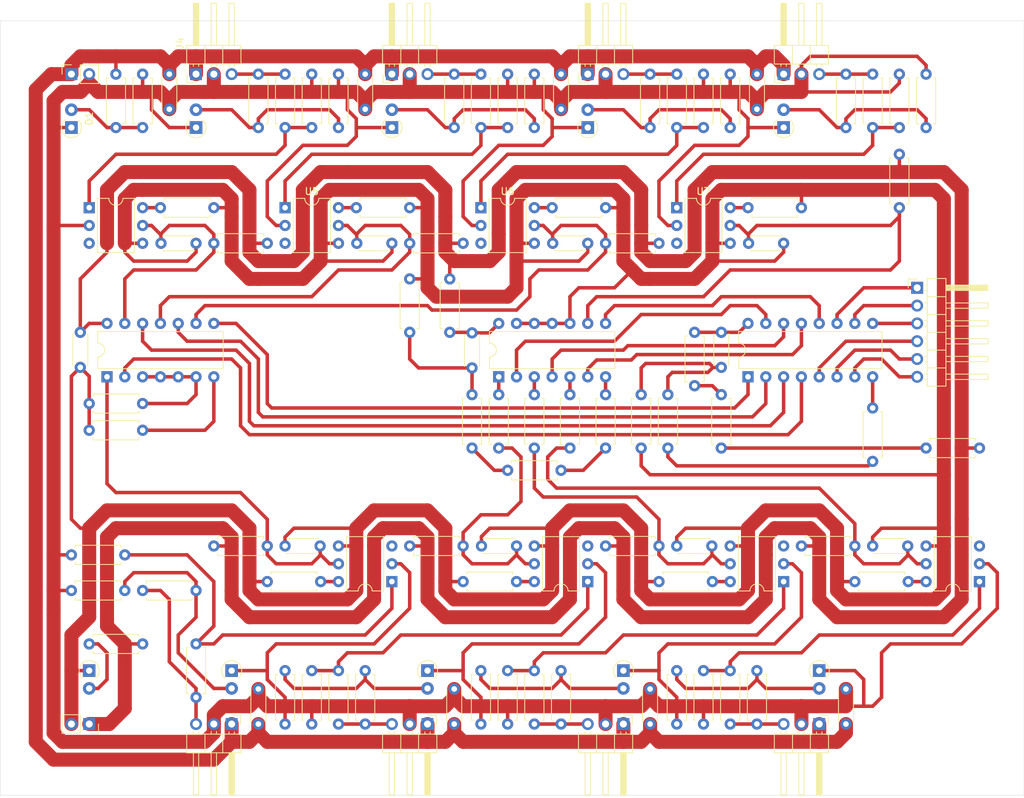
<source format=kicad_pcb>
(kicad_pcb (version 20171130) (host pcbnew 5.1.5)
  (title_block (title "Inputs board") (date 2020-03-20) (rev 1) (comment 2 "Ivan Semenkov"))
  (layers (0 F.Cu mixed) (31 B.Cu mixed) (34 B.Paste user) (35 F.Paste user) (36 B.SilkS user) (37 F.SilkS user) (38 B.Mask user) (39 F.Mask user) (44 Edge.Cuts user))
  (net 0 "")
  (net 1 +5V)
  (net 2 GND)
  (net 3 Earth)
  (net 4 +24V)
  (net 5 input_1)
  (net 6 input_2)
  (net 7 input_3)
  (net 8 input_4)
  (net 9 input_5)
  (net 10 input_6)
  (net 11 input_7)
  (net 12 input_8)
  (net 13 "Net-(D1-Pad2)")
  (net 14 "Net-(D2-Pad2)")
  (net 15 "Net-(D3-Pad2)")
  (net 16 "Net-(D4-Pad2)")
  (net 17 "Net-(D5-Pad2)")
  (net 18 "Net-(D6-Pad2)")
  (net 19 "Net-(D7-Pad2)")
  (net 20 "Net-(D8-Pad2)")
  (net 21 "Net-(D9-Pad2)")
  (net 22 "Net-(D10-Pad2)")
  (net 23 "Net-(J3-Pad6)")
  (net 24 "Net-(J3-Pad5)")
  (net 25 "Net-(J3-Pad4)")
  (net 26 "Net-(J3-Pad3)")
  (net 27 "Net-(J3-Pad2)")
  (net 28 "Net-(J3-Pad1)")
  (net 29 "Net-(J4-Pad3)")
  (net 30 "Net-(J5-Pad3)")
  (net 31 "Net-(J6-Pad3)")
  (net 32 "Net-(J7-Pad3)")
  (net 33 "Net-(J8-Pad3)")
  (net 34 "Net-(J9-Pad3)")
  (net 35 "Net-(J10-Pad3)")
  (net 36 "Net-(J11-Pad3)")
  (net 37 "Net-(R13-Pad1)")
  (net 38 "Net-(R10-Pad1)")
  (net 39 "Net-(R12-Pad1)")
  (net 40 "Net-(R19-Pad2)")
  (net 41 "Net-(R20-Pad2)")
  (net 42 "Net-(R21-Pad2)")
  (net 43 "Net-(R26-Pad1)")
  (net 44 "Net-(R28-Pad1)")
  (net 45 "Net-(R30-Pad1)")
  (net 46 "Net-(R37-Pad2)")
  (net 47 "Net-(R38-Pad2)")
  (net 48 "Net-(R39-Pad2)")
  (net 49 "Net-(R43-Pad1)")
  (net 50 "Net-(R45-Pad1)")
  (net 51 "Net-(R50-Pad2)")
  (net 52 "Net-(R51-Pad2)")
  (net 53 "Net-(U1-Pad2)")
  (net 54 "Net-(U1-Pad8)")
  (net 55 "Net-(U2-Pad6)")
  (net 56 "Net-(U2-Pad8)")
  (net 57 "Net-(U4-Pad3)")
  (net 58 "Net-(U5-Pad3)")
  (net 59 "Net-(U6-Pad3)")
  (net 60 "Net-(U7-Pad3)")
  (net 61 "Net-(U8-Pad3)")
  (net 62 "Net-(U9-Pad3)")
  (net 63 "Net-(U10-Pad3)")
  (net 64 "Net-(U11-Pad3)")
  (net 65 "Net-(U1-Pad10)")
  (net 66 "Net-(U1-Pad12)")
  (net 67 "Net-(U2-Pad4)")
  (net 68 "Net-(U2-Pad2)")
  (net 69 "Net-(R52-Pad2)")
  (net 70 "Net-(R53-Pad2)")
  (net 71 "Net-(R54-Pad1)")
  (net 72 "Net-(R55-Pad1)")
  (net 73 "Net-(R56-Pad1)")
  (net 74 "Net-(C3-Pad2)")
  (net 75 "Net-(R57-Pad1)")
  (net 76 "Net-(R58-Pad1)")
  (net 77 "Net-(C3-Pad1)")
  (net 78 "Net-(R60-Pad1)")
  (net 79 "Net-(R62-Pad1)")
  (net 80 "Net-(C2-Pad2)")
  (net 81 "Net-(C2-Pad1)")
  (net 82 "Net-(R65-Pad1)")
  (net 83 "Net-(R66-Pad2)")
  (net 84 "Net-(R65-Pad2)")
  (module Resistor_THT:R_Axial_DIN0207_L6.3mm_D2.5mm_P7.62mm_Horizontal (layer F.Cu) (at 100.33 97.155)
    (fp_text reference R67 hide)
    (fp_text value 0 hide)
    (pad 2 thru_hole oval (at 7.62 0) (size 1.6 1.6) (drill 0.8) (layers *.Cu *.Mask) (net 82 "Net-(R65-Pad1)"))
    (pad 1 thru_hole circle (at 0 0) (size 1.6 1.6) (drill 0.8) (layers *.Cu *.Mask) (net 83 "Net-(R66-Pad2)"))
  )
  (module Resistor_THT:R_Axial_DIN0207_L6.3mm_D2.5mm_P7.62mm_Horizontal (layer F.Cu) (at 114.3 93.98 90)
    (fp_text reference R65 hide)
    (fp_text value 0 hide)
    (pad 2 thru_hole oval (at 7.62 0 90) (size 1.6 1.6) (drill 0.8) (layers *.Cu *.Mask) (net 84 "Net-(R65-Pad2)"))
    (pad 1 thru_hole circle (at 0 0 90) (size 1.6 1.6) (drill 0.8) (layers *.Cu *.Mask) (net 82 "Net-(R65-Pad1)"))
  )
  (module Resistor_THT:R_Axial_DIN0207_L6.3mm_D2.5mm_P7.62mm_Horizontal (layer F.Cu) (at 95.25 86.36 270)
    (fp_text reference R66 hide)
    (fp_text value 0 hide)
    (pad 2 thru_hole oval (at 7.62 0 270) (size 1.6 1.6) (drill 0.8) (layers *.Cu *.Mask) (net 83 "Net-(R66-Pad2)"))
    (pad 1 thru_hole circle (at 0 0 270) (size 1.6 1.6) (drill 0.8) (layers *.Cu *.Mask) (net 81 "Net-(C2-Pad1)"))
  )
  (module Resistor_THT:R_Axial_DIN0207_L6.3mm_D2.5mm_P7.62mm_Horizontal (layer F.Cu) (at 86.36 69.85 270)
    (fp_text reference R64 hide)
    (fp_text value 0 hide)
    (pad 2 thru_hole oval (at 7.62 0 270) (size 1.6 1.6) (drill 0.8) (layers *.Cu *.Mask) (net 81 "Net-(C2-Pad1)"))
    (pad 1 thru_hole circle (at 0 0 270) (size 1.6 1.6) (drill 0.8) (layers *.Cu *.Mask) (net 2 GND))
  )
  (module Resistor_THT:R_Axial_DIN0207_L6.3mm_D2.5mm_P7.62mm_Horizontal (layer F.Cu) (at 92.075 69.85 270)
    (fp_text reference R63 hide)
    (fp_text value 0 hide)
    (pad 2 thru_hole oval (at 7.62 0 270) (size 1.6 1.6) (drill 0.8) (layers *.Cu *.Mask) (net 80 "Net-(C2-Pad2)"))
    (pad 1 thru_hole circle (at 0 0 270) (size 1.6 1.6) (drill 0.8) (layers *.Cu *.Mask) (net 1 +5V))
  )
  (module Resistor_THT:R_Axial_DIN0207_L6.3mm_D2.5mm_P7.62mm_Horizontal (layer F.Cu) (at 152.4 88.265 270)
    (fp_text reference R62 hide)
    (fp_text value 0 hide)
    (pad 2 thru_hole oval (at 7.62 0 270) (size 1.6 1.6) (drill 0.8) (layers *.Cu *.Mask) (net 78 "Net-(R60-Pad1)"))
    (pad 1 thru_hole circle (at 0 0 270) (size 1.6 1.6) (drill 0.8) (layers *.Cu *.Mask) (net 79 "Net-(R62-Pad1)"))
  )
  (module Resistor_THT:R_Axial_DIN0207_L6.3mm_D2.5mm_P7.62mm_Horizontal (layer F.Cu) (at 119.38 93.98 90)
    (fp_text reference R61 hide)
    (fp_text value 0 hide)
    (pad 2 thru_hole oval (at 7.62 0 90) (size 1.6 1.6) (drill 0.8) (layers *.Cu *.Mask) (net 77 "Net-(C3-Pad1)"))
    (pad 1 thru_hole circle (at 0 0 90) (size 1.6 1.6) (drill 0.8) (layers *.Cu *.Mask) (net 2 GND))
  )
  (module Resistor_THT:R_Axial_DIN0207_L6.3mm_D2.5mm_P7.62mm_Horizontal (layer F.Cu) (at 123.19 93.98 90)
    (fp_text reference R60 hide)
    (fp_text value 0 hide)
    (pad 2 thru_hole oval (at 7.62 0 90) (size 1.6 1.6) (drill 0.8) (layers *.Cu *.Mask) (net 77 "Net-(C3-Pad1)"))
    (pad 1 thru_hole circle (at 0 0 90) (size 1.6 1.6) (drill 0.8) (layers *.Cu *.Mask) (net 78 "Net-(R60-Pad1)"))
  )
  (module Resistor_THT:R_Axial_DIN0207_L6.3mm_D2.5mm_P7.62mm_Horizontal (layer F.Cu) (at 167.64 93.98 180)
    (fp_text reference R59 hide)
    (fp_text value 0 hide)
    (pad 2 thru_hole oval (at 7.62 0 180) (size 1.6 1.6) (drill 0.8) (layers *.Cu *.Mask) (net 76 "Net-(R58-Pad1)"))
    (pad 1 thru_hole circle (at 0 0 180) (size 1.6 1.6) (drill 0.8) (layers *.Cu *.Mask) (net 1 +5V))
  )
  (module Resistor_THT:R_Axial_DIN0207_L6.3mm_D2.5mm_P7.62mm_Horizontal (layer F.Cu) (at 130.81 93.98 90)
    (fp_text reference R58 hide)
    (fp_text value 0 hide)
    (pad 2 thru_hole oval (at 7.62 0 90) (size 1.6 1.6) (drill 0.8) (layers *.Cu *.Mask) (net 75 "Net-(R57-Pad1)"))
    (pad 1 thru_hole circle (at 0 0 90) (size 1.6 1.6) (drill 0.8) (layers *.Cu *.Mask) (net 76 "Net-(R58-Pad1)"))
  )
  (module Resistor_THT:R_Axial_DIN0207_L6.3mm_D2.5mm_P7.62mm_Horizontal (layer F.Cu) (at 127 85.09 90)
    (fp_text reference R57 hide)
    (fp_text value 0 hide)
    (pad 2 thru_hole oval (at 7.62 0 90) (size 1.6 1.6) (drill 0.8) (layers *.Cu *.Mask) (net 74 "Net-(C3-Pad2)"))
    (pad 1 thru_hole circle (at 0 0 90) (size 1.6 1.6) (drill 0.8) (layers *.Cu *.Mask) (net 75 "Net-(R57-Pad1)"))
  )
  (module Resistor_THT:R_Axial_DIN0207_L6.3mm_D2.5mm_P7.62mm_Horizontal (layer F.Cu) (at 99.06 86.36 270)
    (fp_text reference R56 hide)
    (fp_text value 0 hide)
    (pad 2 thru_hole oval (at 7.62 0 270) (size 1.6 1.6) (drill 0.8) (layers *.Cu *.Mask) (net 12 input_8))
    (pad 1 thru_hole circle (at 0 0 270) (size 1.6 1.6) (drill 0.8) (layers *.Cu *.Mask) (net 73 "Net-(R56-Pad1)"))
  )
  (module Resistor_THT:R_Axial_DIN0207_L6.3mm_D2.5mm_P7.62mm_Horizontal (layer F.Cu) (at 104.14 86.36 270)
    (fp_text reference R55 hide)
    (fp_text value 0 hide)
    (pad 2 thru_hole oval (at 7.62 0 270) (size 1.6 1.6) (drill 0.8) (layers *.Cu *.Mask) (net 10 input_6))
    (pad 1 thru_hole circle (at 0 0 270) (size 1.6 1.6) (drill 0.8) (layers *.Cu *.Mask) (net 72 "Net-(R55-Pad1)"))
  )
  (module Resistor_THT:R_Axial_DIN0207_L6.3mm_D2.5mm_P7.62mm_Horizontal (layer F.Cu) (at 109.22 86.36 270)
    (fp_text reference R54 hide)
    (fp_text value 0 hide)
    (pad 2 thru_hole oval (at 7.62 0 270) (size 1.6 1.6) (drill 0.8) (layers *.Cu *.Mask) (net 9 input_5))
    (pad 1 thru_hole circle (at 0 0 270) (size 1.6 1.6) (drill 0.8) (layers *.Cu *.Mask) (net 71 "Net-(R54-Pad1)"))
  )
  (module Package_DIP:DIP-14_W7.62mm (layer F.Cu) (at 99.06 83.82 90)
    (fp_text reference U2 hide)
    (fp_text value SN74HC14N hide)
    (pad 14 thru_hole oval (at 7.62 0 90) (size 1.6 1.6) (drill 0.8) (layers *.Cu *.Mask) (net 80 "Net-(C2-Pad2)"))
    (pad 7 thru_hole oval (at 0 15.24 90) (size 1.6 1.6) (drill 0.8) (layers *.Cu *.Mask) (net 84 "Net-(R65-Pad2)"))
    (pad 13 thru_hole oval (at 7.62 2.54 90) (size 1.6 1.6) (drill 0.8) (layers *.Cu *.Mask) (net 2 GND))
    (pad 6 thru_hole oval (at 0 12.7 90) (size 1.6 1.6) (drill 0.8) (layers *.Cu *.Mask) (net 55 "Net-(U2-Pad6)"))
    (pad 12 thru_hole oval (at 7.62 5.08 90) (size 1.6 1.6) (drill 0.8) (layers *.Cu *.Mask) (net 2 GND))
    (pad 5 thru_hole oval (at 0 10.16 90) (size 1.6 1.6) (drill 0.8) (layers *.Cu *.Mask) (net 71 "Net-(R54-Pad1)"))
    (pad 11 thru_hole oval (at 7.62 7.62 90) (size 1.6 1.6) (drill 0.8) (layers *.Cu *.Mask) (net 2 GND))
    (pad 4 thru_hole oval (at 0 7.62 90) (size 1.6 1.6) (drill 0.8) (layers *.Cu *.Mask) (net 67 "Net-(U2-Pad4)"))
    (pad 10 thru_hole oval (at 7.62 10.16 90) (size 1.6 1.6) (drill 0.8) (layers *.Cu *.Mask) (net 2 GND))
    (pad 3 thru_hole oval (at 0 5.08 90) (size 1.6 1.6) (drill 0.8) (layers *.Cu *.Mask) (net 72 "Net-(R55-Pad1)"))
    (pad 9 thru_hole oval (at 7.62 12.7 90) (size 1.6 1.6) (drill 0.8) (layers *.Cu *.Mask) (net 8 input_4))
    (pad 2 thru_hole oval (at 0 2.54 90) (size 1.6 1.6) (drill 0.8) (layers *.Cu *.Mask) (net 68 "Net-(U2-Pad2)"))
    (pad 8 thru_hole oval (at 7.62 15.24 90) (size 1.6 1.6) (drill 0.8) (layers *.Cu *.Mask) (net 56 "Net-(U2-Pad8)"))
    (pad 1 thru_hole rect (at 0 0 90) (size 1.6 1.6) (drill 0.8) (layers *.Cu *.Mask) (net 73 "Net-(R56-Pad1)"))
  )
  (module Resistor_THT:R_Axial_DIN0207_L6.3mm_D2.5mm_P7.62mm_Horizontal (layer F.Cu) (at 40.64 91.44)
    (fp_text reference R53 hide)
    (fp_text value 0 hide)
    (pad 2 thru_hole oval (at 7.62 0) (size 1.6 1.6) (drill 0.8) (layers *.Cu *.Mask) (net 70 "Net-(R53-Pad2)"))
    (pad 1 thru_hole circle (at 0 0) (size 1.6 1.6) (drill 0.8) (layers *.Cu *.Mask) (net 2 GND))
  )
  (module Resistor_THT:R_Axial_DIN0207_L6.3mm_D2.5mm_P7.62mm_Horizontal (layer F.Cu) (at 40.64 87.63)
    (fp_text reference R52 hide)
    (fp_text value 0 hide)
    (pad 2 thru_hole oval (at 7.62 0) (size 1.6 1.6) (drill 0.8) (layers *.Cu *.Mask) (net 69 "Net-(R52-Pad2)"))
    (pad 1 thru_hole circle (at 0 0) (size 1.6 1.6) (drill 0.8) (layers *.Cu *.Mask) (net 2 GND))
  )
  (module Package_DIP:DIP-14_W7.62mm (layer F.Cu) (at 43.18 83.82 90)
    (fp_text reference U1 hide)
    (fp_text value SN74HC14N hide)
    (pad 14 thru_hole oval (at 7.62 0 90) (size 1.6 1.6) (drill 0.8) (layers *.Cu *.Mask) (net 1 +5V))
    (pad 7 thru_hole oval (at 0 15.24 90) (size 1.6 1.6) (drill 0.8) (layers *.Cu *.Mask) (net 70 "Net-(R53-Pad2)"))
    (pad 13 thru_hole oval (at 7.62 2.54 90) (size 1.6 1.6) (drill 0.8) (layers *.Cu *.Mask) (net 5 input_1))
    (pad 6 thru_hole oval (at 0 12.7 90) (size 1.6 1.6) (drill 0.8) (layers *.Cu *.Mask) (net 69 "Net-(R52-Pad2)"))
    (pad 12 thru_hole oval (at 7.62 5.08 90) (size 1.6 1.6) (drill 0.8) (layers *.Cu *.Mask) (net 66 "Net-(U1-Pad12)"))
    (pad 5 thru_hole oval (at 0 10.16 90) (size 1.6 1.6) (drill 0.8) (layers *.Cu *.Mask) (net 69 "Net-(R52-Pad2)"))
    (pad 11 thru_hole oval (at 7.62 7.62 90) (size 1.6 1.6) (drill 0.8) (layers *.Cu *.Mask) (net 6 input_2))
    (pad 4 thru_hole oval (at 0 7.62 90) (size 1.6 1.6) (drill 0.8) (layers *.Cu *.Mask) (net 69 "Net-(R52-Pad2)"))
    (pad 10 thru_hole oval (at 7.62 10.16 90) (size 1.6 1.6) (drill 0.8) (layers *.Cu *.Mask) (net 65 "Net-(U1-Pad10)"))
    (pad 3 thru_hole oval (at 0 5.08 90) (size 1.6 1.6) (drill 0.8) (layers *.Cu *.Mask) (net 69 "Net-(R52-Pad2)"))
    (pad 9 thru_hole oval (at 7.62 12.7 90) (size 1.6 1.6) (drill 0.8) (layers *.Cu *.Mask) (net 7 input_3))
    (pad 2 thru_hole oval (at 0 2.54 90) (size 1.6 1.6) (drill 0.8) (layers *.Cu *.Mask) (net 53 "Net-(U1-Pad2)"))
    (pad 8 thru_hole oval (at 7.62 15.24 90) (size 1.6 1.6) (drill 0.8) (layers *.Cu *.Mask) (net 54 "Net-(U1-Pad8)"))
    (pad 1 thru_hole rect (at 0 0 90) (size 1.6 1.6) (drill 0.8) (layers *.Cu *.Mask) (net 11 input_7))
  )
  (module Connector_PinSocket_2.54mm:PinSocket_1x02_P2.54mm_Vertical (layer F.Cu) (at 40.64 133.35 270)
    (fp_text reference J2 hide)
    (fp_text value Screw_Terminal_01x02 hide)
    (pad 2 thru_hole oval (at 0 2.54 270) (size 1.7 1.7) (drill 1) (layers *.Cu *.Mask) (net 2 GND))
    (pad 1 thru_hole rect (at 0 0 270) (size 1.7 1.7) (drill 1) (layers *.Cu *.Mask) (net 1 +5V))
  )
  (module Connector_PinSocket_2.54mm:PinSocket_1x02_P2.54mm_Vertical (layer F.Cu) (at 38.1 40.64 90)
    (fp_text reference J1 hide)
    (fp_text value Screw_Terminal_01x02 hide)
    (pad 2 thru_hole oval (at 0 2.54 90) (size 1.7 1.7) (drill 1) (layers *.Cu *.Mask) (net 3 Earth))
    (pad 1 thru_hole rect (at 0 0 90) (size 1.7 1.7) (drill 1) (layers *.Cu *.Mask) (net 4 +24V))
  )
  (module Package_DIP:DIP-16_W7.62mm (layer F.Cu) (at 134.62 83.82 90)
    (fp_text reference U3 hide)
    (fp_text value 74HC151N.652 hide)
    (pad 16 thru_hole oval (at 7.62 0 90) (size 1.6 1.6) (drill 0.8) (layers *.Cu *.Mask) (net 74 "Net-(C3-Pad2)"))
    (pad 8 thru_hole oval (at 0 17.78 90) (size 1.6 1.6) (drill 0.8) (layers *.Cu *.Mask) (net 79 "Net-(R62-Pad1)"))
    (pad 15 thru_hole oval (at 7.62 2.54 90) (size 1.6 1.6) (drill 0.8) (layers *.Cu *.Mask) (net 68 "Net-(U2-Pad2)"))
    (pad 7 thru_hole oval (at 0 15.24 90) (size 1.6 1.6) (drill 0.8) (layers *.Cu *.Mask) (net 23 "Net-(J3-Pad6)"))
    (pad 14 thru_hole oval (at 7.62 5.08 90) (size 1.6 1.6) (drill 0.8) (layers *.Cu *.Mask) (net 67 "Net-(U2-Pad4)"))
    (pad 6 thru_hole oval (at 0 12.7 90) (size 1.6 1.6) (drill 0.8) (layers *.Cu *.Mask) (net 24 "Net-(J3-Pad5)"))
    (pad 13 thru_hole oval (at 7.62 7.62 90) (size 1.6 1.6) (drill 0.8) (layers *.Cu *.Mask) (net 55 "Net-(U2-Pad6)"))
    (pad 5 thru_hole oval (at 0 10.16 90) (size 1.6 1.6) (drill 0.8) (layers *.Cu *.Mask) (net 25 "Net-(J3-Pad4)"))
    (pad 12 thru_hole oval (at 7.62 10.16 90) (size 1.6 1.6) (drill 0.8) (layers *.Cu *.Mask) (net 56 "Net-(U2-Pad8)"))
    (pad 4 thru_hole oval (at 0 7.62 90) (size 1.6 1.6) (drill 0.8) (layers *.Cu *.Mask) (net 53 "Net-(U1-Pad2)"))
    (pad 11 thru_hole oval (at 7.62 12.7 90) (size 1.6 1.6) (drill 0.8) (layers *.Cu *.Mask) (net 28 "Net-(J3-Pad1)"))
    (pad 3 thru_hole oval (at 0 5.08 90) (size 1.6 1.6) (drill 0.8) (layers *.Cu *.Mask) (net 66 "Net-(U1-Pad12)"))
    (pad 10 thru_hole oval (at 7.62 15.24 90) (size 1.6 1.6) (drill 0.8) (layers *.Cu *.Mask) (net 27 "Net-(J3-Pad2)"))
    (pad 2 thru_hole oval (at 0 2.54 90) (size 1.6 1.6) (drill 0.8) (layers *.Cu *.Mask) (net 65 "Net-(U1-Pad10)"))
    (pad 9 thru_hole oval (at 7.62 17.78 90) (size 1.6 1.6) (drill 0.8) (layers *.Cu *.Mask) (net 26 "Net-(J3-Pad3)"))
    (pad 1 thru_hole rect (at 0 0 90) (size 1.6 1.6) (drill 0.8) (layers *.Cu *.Mask) (net 54 "Net-(U1-Pad8)"))
  )
  (module Resistor_THT:R_Axial_DIN0207_L6.3mm_D2.5mm_P7.62mm_Horizontal (layer F.Cu) (at 107.95 125.73 270)
    (fp_text reference R24 hide)
    (fp_text value 10K hide)
    (pad 2 thru_hole oval (at 7.62 0 270) (size 1.6 1.6) (drill 0.8) (layers *.Cu *.Mask) (net 34 "Net-(J9-Pad3)"))
    (pad 1 thru_hole circle (at 0 0 270) (size 1.6 1.6) (drill 0.8) (layers *.Cu *.Mask) (net 20 "Net-(D8-Pad2)"))
  )
  (module Connector_PinHeader_2.54mm:PinHeader_1x03_P2.54mm_Horizontal (layer F.Cu) (at 111.76 40.64 90)
    (fp_text reference J6 hide)
    (fp_text value Screw_Terminal_01x03 hide)
    (pad 3 thru_hole oval (at 0 5.08 90) (size 1.7 1.7) (drill 1) (layers *.Cu *.Mask) (net 31 "Net-(J6-Pad3)"))
    (pad 2 thru_hole oval (at 0 2.54 90) (size 1.7 1.7) (drill 1) (layers *.Cu *.Mask) (net 3 Earth))
    (pad 1 thru_hole rect (at 0 0 90) (size 1.7 1.7) (drill 1) (layers *.Cu *.Mask) (net 4 +24V))
  )
  (module Resistor_THT:R_Axial_DIN0207_L6.3mm_D2.5mm_P7.62mm_Horizontal (layer F.Cu) (at 44.45 48.26 90)
    (fp_text reference R1 hide)
    (fp_text value 10K hide)
    (pad 2 thru_hole oval (at 7.62 0 90) (size 1.6 1.6) (drill 0.8) (layers *.Cu *.Mask) (net 4 +24V))
    (pad 1 thru_hole circle (at 0 0 90) (size 1.6 1.6) (drill 0.8) (layers *.Cu *.Mask) (net 13 "Net-(D1-Pad2)"))
  )
  (module Package_DIP:DIP-6_W7.62mm (layer F.Cu) (at 111.76 113.03 180)
    (fp_text reference U11 hide)
    (fp_text value 4N28 hide)
    (pad 6 thru_hole oval (at 7.62 0 180) (size 1.6 1.6) (drill 0.8) (layers *.Cu *.Mask) (net 52 "Net-(R51-Pad2)"))
    (pad 3 thru_hole oval (at 0 5.08 180) (size 1.6 1.6) (drill 0.8) (layers *.Cu *.Mask) (net 64 "Net-(U11-Pad3)"))
    (pad 5 thru_hole oval (at 7.62 2.54 180) (size 1.6 1.6) (drill 0.8) (layers *.Cu *.Mask) (net 12 input_8))
    (pad 2 thru_hole oval (at 0 2.54 180) (size 1.6 1.6) (drill 0.8) (layers *.Cu *.Mask) (net 3 Earth))
    (pad 4 thru_hole oval (at 7.62 5.08 180) (size 1.6 1.6) (drill 0.8) (layers *.Cu *.Mask) (net 2 GND))
    (pad 1 thru_hole rect (at 0 0 180) (size 1.6 1.6) (drill 0.8) (layers *.Cu *.Mask) (net 50 "Net-(R45-Pad1)"))
  )
  (module Package_DIP:DIP-6_W7.62mm (layer F.Cu) (at 83.82 113.03 180)
    (fp_text reference U10 hide)
    (fp_text value 4N28 hide)
    (pad 6 thru_hole oval (at 7.62 0 180) (size 1.6 1.6) (drill 0.8) (layers *.Cu *.Mask) (net 51 "Net-(R50-Pad2)"))
    (pad 3 thru_hole oval (at 0 5.08 180) (size 1.6 1.6) (drill 0.8) (layers *.Cu *.Mask) (net 63 "Net-(U10-Pad3)"))
    (pad 5 thru_hole oval (at 7.62 2.54 180) (size 1.6 1.6) (drill 0.8) (layers *.Cu *.Mask) (net 11 input_7))
    (pad 2 thru_hole oval (at 0 2.54 180) (size 1.6 1.6) (drill 0.8) (layers *.Cu *.Mask) (net 3 Earth))
    (pad 4 thru_hole oval (at 7.62 5.08 180) (size 1.6 1.6) (drill 0.8) (layers *.Cu *.Mask) (net 2 GND))
    (pad 1 thru_hole rect (at 0 0 180) (size 1.6 1.6) (drill 0.8) (layers *.Cu *.Mask) (net 49 "Net-(R43-Pad1)"))
  )
  (module Package_DIP:DIP-6_W7.62mm (layer F.Cu) (at 139.7 113.03 180)
    (fp_text reference U9 hide)
    (fp_text value 4N28 hide)
    (pad 6 thru_hole oval (at 7.62 0 180) (size 1.6 1.6) (drill 0.8) (layers *.Cu *.Mask) (net 48 "Net-(R39-Pad2)"))
    (pad 3 thru_hole oval (at 0 5.08 180) (size 1.6 1.6) (drill 0.8) (layers *.Cu *.Mask) (net 62 "Net-(U9-Pad3)"))
    (pad 5 thru_hole oval (at 7.62 2.54 180) (size 1.6 1.6) (drill 0.8) (layers *.Cu *.Mask) (net 10 input_6))
    (pad 2 thru_hole oval (at 0 2.54 180) (size 1.6 1.6) (drill 0.8) (layers *.Cu *.Mask) (net 3 Earth))
    (pad 4 thru_hole oval (at 7.62 5.08 180) (size 1.6 1.6) (drill 0.8) (layers *.Cu *.Mask) (net 2 GND))
    (pad 1 thru_hole rect (at 0 0 180) (size 1.6 1.6) (drill 0.8) (layers *.Cu *.Mask) (net 45 "Net-(R30-Pad1)"))
  )
  (module Package_DIP:DIP-6_W7.62mm (layer F.Cu) (at 167.64 113.03 180)
    (fp_text reference U8 hide)
    (fp_text value 4N28 hide)
    (pad 6 thru_hole oval (at 7.62 0 180) (size 1.6 1.6) (drill 0.8) (layers *.Cu *.Mask) (net 47 "Net-(R38-Pad2)"))
    (pad 3 thru_hole oval (at 0 5.08 180) (size 1.6 1.6) (drill 0.8) (layers *.Cu *.Mask) (net 61 "Net-(U8-Pad3)"))
    (pad 5 thru_hole oval (at 7.62 2.54 180) (size 1.6 1.6) (drill 0.8) (layers *.Cu *.Mask) (net 9 input_5))
    (pad 2 thru_hole oval (at 0 2.54 180) (size 1.6 1.6) (drill 0.8) (layers *.Cu *.Mask) (net 3 Earth))
    (pad 4 thru_hole oval (at 7.62 5.08 180) (size 1.6 1.6) (drill 0.8) (layers *.Cu *.Mask) (net 2 GND))
    (pad 1 thru_hole rect (at 0 0 180) (size 1.6 1.6) (drill 0.8) (layers *.Cu *.Mask) (net 44 "Net-(R28-Pad1)"))
  )
  (module Package_DIP:DIP-6_W7.62mm (layer F.Cu) (at 124.46 59.69)
    (fp_text reference U7 (at 3.81 -2.33) (layer F.SilkS))
    (fp_text value 4N28)
    (pad 6 thru_hole oval (at 7.62 0) (size 1.6 1.6) (drill 0.8) (layers *.Cu *.Mask) (net 46 "Net-(R37-Pad2)"))
    (pad 3 thru_hole oval (at 0 5.08) (size 1.6 1.6) (drill 0.8) (layers *.Cu *.Mask) (net 60 "Net-(U7-Pad3)"))
    (pad 5 thru_hole oval (at 7.62 2.54) (size 1.6 1.6) (drill 0.8) (layers *.Cu *.Mask) (net 8 input_4))
    (pad 2 thru_hole oval (at 0 2.54) (size 1.6 1.6) (drill 0.8) (layers *.Cu *.Mask) (net 3 Earth))
    (pad 4 thru_hole oval (at 7.62 5.08) (size 1.6 1.6) (drill 0.8) (layers *.Cu *.Mask) (net 2 GND))
    (pad 1 thru_hole rect (at 0 0) (size 1.6 1.6) (drill 0.8) (layers *.Cu *.Mask) (net 43 "Net-(R26-Pad1)"))
  )
  (module Package_DIP:DIP-6_W7.62mm (layer F.Cu) (at 96.52 59.69)
    (fp_text reference U6 (at 3.81 -2.33) (layer F.SilkS))
    (fp_text value 4N28)
    (pad 6 thru_hole oval (at 7.62 0) (size 1.6 1.6) (drill 0.8) (layers *.Cu *.Mask) (net 42 "Net-(R21-Pad2)"))
    (pad 3 thru_hole oval (at 0 5.08) (size 1.6 1.6) (drill 0.8) (layers *.Cu *.Mask) (net 59 "Net-(U6-Pad3)"))
    (pad 5 thru_hole oval (at 7.62 2.54) (size 1.6 1.6) (drill 0.8) (layers *.Cu *.Mask) (net 7 input_3))
    (pad 2 thru_hole oval (at 0 2.54) (size 1.6 1.6) (drill 0.8) (layers *.Cu *.Mask) (net 3 Earth))
    (pad 4 thru_hole oval (at 7.62 5.08) (size 1.6 1.6) (drill 0.8) (layers *.Cu *.Mask) (net 2 GND))
    (pad 1 thru_hole rect (at 0 0) (size 1.6 1.6) (drill 0.8) (layers *.Cu *.Mask) (net 39 "Net-(R12-Pad1)"))
  )
  (module Package_DIP:DIP-6_W7.62mm (layer F.Cu) (at 68.58 59.69)
    (fp_text reference U5 (at 3.81 -2.33) (layer F.SilkS))
    (fp_text value 4N28)
    (pad 6 thru_hole oval (at 7.62 0) (size 1.6 1.6) (drill 0.8) (layers *.Cu *.Mask) (net 41 "Net-(R20-Pad2)"))
    (pad 3 thru_hole oval (at 0 5.08) (size 1.6 1.6) (drill 0.8) (layers *.Cu *.Mask) (net 58 "Net-(U5-Pad3)"))
    (pad 5 thru_hole oval (at 7.62 2.54) (size 1.6 1.6) (drill 0.8) (layers *.Cu *.Mask) (net 6 input_2))
    (pad 2 thru_hole oval (at 0 2.54) (size 1.6 1.6) (drill 0.8) (layers *.Cu *.Mask) (net 3 Earth))
    (pad 4 thru_hole oval (at 7.62 5.08) (size 1.6 1.6) (drill 0.8) (layers *.Cu *.Mask) (net 2 GND))
    (pad 1 thru_hole rect (at 0 0) (size 1.6 1.6) (drill 0.8) (layers *.Cu *.Mask) (net 38 "Net-(R10-Pad1)"))
  )
  (module Package_DIP:DIP-6_W7.62mm (layer F.Cu) (at 40.64 59.69)
    (fp_text reference U4 hide)
    (fp_text value 4N28 hide)
    (pad 6 thru_hole oval (at 7.62 0) (size 1.6 1.6) (drill 0.8) (layers *.Cu *.Mask) (net 40 "Net-(R19-Pad2)"))
    (pad 3 thru_hole oval (at 0 5.08) (size 1.6 1.6) (drill 0.8) (layers *.Cu *.Mask) (net 57 "Net-(U4-Pad3)"))
    (pad 5 thru_hole oval (at 7.62 2.54) (size 1.6 1.6) (drill 0.8) (layers *.Cu *.Mask) (net 5 input_1))
    (pad 2 thru_hole oval (at 0 2.54) (size 1.6 1.6) (drill 0.8) (layers *.Cu *.Mask) (net 3 Earth))
    (pad 4 thru_hole oval (at 7.62 5.08) (size 1.6 1.6) (drill 0.8) (layers *.Cu *.Mask) (net 2 GND))
    (pad 1 thru_hole rect (at 0 0) (size 1.6 1.6) (drill 0.8) (layers *.Cu *.Mask) (net 37 "Net-(R13-Pad1)"))
  )
  (module Resistor_THT:R_Axial_DIN0207_L6.3mm_D2.5mm_P7.62mm_Horizontal (layer F.Cu) (at 93.98 113.03)
    (fp_text reference R51 hide)
    (fp_text value 480 hide)
    (pad 2 thru_hole oval (at 7.62 0) (size 1.6 1.6) (drill 0.8) (layers *.Cu *.Mask) (net 52 "Net-(R51-Pad2)"))
    (pad 1 thru_hole circle (at 0 0) (size 1.6 1.6) (drill 0.8) (layers *.Cu *.Mask) (net 2 GND))
  )
  (module Resistor_THT:R_Axial_DIN0207_L6.3mm_D2.5mm_P7.62mm_Horizontal (layer F.Cu) (at 66.04 113.03)
    (fp_text reference R50 hide)
    (fp_text value 480 hide)
    (pad 2 thru_hole oval (at 7.62 0) (size 1.6 1.6) (drill 0.8) (layers *.Cu *.Mask) (net 51 "Net-(R50-Pad2)"))
    (pad 1 thru_hole circle (at 0 0) (size 1.6 1.6) (drill 0.8) (layers *.Cu *.Mask) (net 2 GND))
  )
  (module Resistor_THT:R_Axial_DIN0207_L6.3mm_D2.5mm_P7.62mm_Horizontal (layer F.Cu) (at 86.36 107.95)
    (fp_text reference R49 hide)
    (fp_text value 1K8 hide)
    (pad 2 thru_hole oval (at 7.62 0) (size 1.6 1.6) (drill 0.8) (layers *.Cu *.Mask) (net 12 input_8))
    (pad 1 thru_hole circle (at 0 0) (size 1.6 1.6) (drill 0.8) (layers *.Cu *.Mask) (net 1 +5V))
  )
  (module Resistor_THT:R_Axial_DIN0207_L6.3mm_D2.5mm_P7.62mm_Horizontal (layer F.Cu) (at 58.42 107.95)
    (fp_text reference R48 hide)
    (fp_text value 1K8 hide)
    (pad 2 thru_hole oval (at 7.62 0) (size 1.6 1.6) (drill 0.8) (layers *.Cu *.Mask) (net 11 input_7))
    (pad 1 thru_hole circle (at 0 0) (size 1.6 1.6) (drill 0.8) (layers *.Cu *.Mask) (net 1 +5V))
  )
  (module Resistor_THT:R_Axial_DIN0207_L6.3mm_D2.5mm_P7.62mm_Horizontal (layer F.Cu) (at 72.39 125.73 270)
    (fp_text reference R47 hide)
    (fp_text value 480 hide)
    (pad 2 thru_hole oval (at 7.62 0 270) (size 1.6 1.6) (drill 0.8) (layers *.Cu *.Mask) (net 3 Earth))
    (pad 1 thru_hole circle (at 0 0 270) (size 1.6 1.6) (drill 0.8) (layers *.Cu *.Mask) (net 50 "Net-(R45-Pad1)"))
  )
  (module Resistor_THT:R_Axial_DIN0207_L6.3mm_D2.5mm_P7.62mm_Horizontal (layer F.Cu) (at 45.72 109.22 180)
    (fp_text reference R46 hide)
    (fp_text value 480 hide)
    (pad 2 thru_hole oval (at 7.62 0 180) (size 1.6 1.6) (drill 0.8) (layers *.Cu *.Mask) (net 3 Earth))
    (pad 1 thru_hole circle (at 0 0 180) (size 1.6 1.6) (drill 0.8) (layers *.Cu *.Mask) (net 49 "Net-(R43-Pad1)"))
  )
  (module Resistor_THT:R_Axial_DIN0207_L6.3mm_D2.5mm_P7.62mm_Horizontal (layer F.Cu) (at 76.2 125.73 270)
    (fp_text reference R45 hide)
    (fp_text value 10K hide)
    (pad 2 thru_hole oval (at 7.62 0 270) (size 1.6 1.6) (drill 0.8) (layers *.Cu *.Mask) (net 36 "Net-(J11-Pad3)"))
    (pad 1 thru_hole circle (at 0 0 270) (size 1.6 1.6) (drill 0.8) (layers *.Cu *.Mask) (net 50 "Net-(R45-Pad1)"))
  )
  (module Resistor_THT:R_Axial_DIN0207_L6.3mm_D2.5mm_P7.62mm_Horizontal (layer F.Cu) (at 68.58 133.35 90)
    (fp_text reference R44 hide)
    (fp_text value 1K8 hide)
    (pad 2 thru_hole oval (at 7.62 0 90) (size 1.6 1.6) (drill 0.8) (layers *.Cu *.Mask) (net 22 "Net-(D10-Pad2)"))
    (pad 1 thru_hole circle (at 0 0 90) (size 1.6 1.6) (drill 0.8) (layers *.Cu *.Mask) (net 3 Earth))
  )
  (module Resistor_THT:R_Axial_DIN0207_L6.3mm_D2.5mm_P7.62mm_Horizontal (layer F.Cu) (at 55.88 121.92 270)
    (fp_text reference R43 hide)
    (fp_text value 10K hide)
    (pad 2 thru_hole oval (at 7.62 0 270) (size 1.6 1.6) (drill 0.8) (layers *.Cu *.Mask) (net 35 "Net-(J10-Pad3)"))
    (pad 1 thru_hole circle (at 0 0 270) (size 1.6 1.6) (drill 0.8) (layers *.Cu *.Mask) (net 49 "Net-(R43-Pad1)"))
  )
  (module Resistor_THT:R_Axial_DIN0207_L6.3mm_D2.5mm_P7.62mm_Horizontal (layer F.Cu) (at 38.1 114.3)
    (fp_text reference R42 hide)
    (fp_text value 1K8 hide)
    (pad 2 thru_hole oval (at 7.62 0) (size 1.6 1.6) (drill 0.8) (layers *.Cu *.Mask) (net 21 "Net-(D9-Pad2)"))
    (pad 1 thru_hole circle (at 0 0) (size 1.6 1.6) (drill 0.8) (layers *.Cu *.Mask) (net 3 Earth))
  )
  (module Resistor_THT:R_Axial_DIN0207_L6.3mm_D2.5mm_P7.62mm_Horizontal (layer F.Cu) (at 80.01 125.73 270)
    (fp_text reference R41 hide)
    (fp_text value 10K hide)
    (pad 2 thru_hole oval (at 7.62 0 270) (size 1.6 1.6) (drill 0.8) (layers *.Cu *.Mask) (net 36 "Net-(J11-Pad3)"))
    (pad 1 thru_hole circle (at 0 0 270) (size 1.6 1.6) (drill 0.8) (layers *.Cu *.Mask) (net 22 "Net-(D10-Pad2)"))
  )
  (module Resistor_THT:R_Axial_DIN0207_L6.3mm_D2.5mm_P7.62mm_Horizontal (layer F.Cu) (at 55.88 114.3 180)
    (fp_text reference R40 hide)
    (fp_text value 10K hide)
    (pad 2 thru_hole oval (at 7.62 0 180) (size 1.6 1.6) (drill 0.8) (layers *.Cu *.Mask) (net 35 "Net-(J10-Pad3)"))
    (pad 1 thru_hole circle (at 0 0 180) (size 1.6 1.6) (drill 0.8) (layers *.Cu *.Mask) (net 21 "Net-(D9-Pad2)"))
  )
  (module Resistor_THT:R_Axial_DIN0207_L6.3mm_D2.5mm_P7.62mm_Horizontal (layer F.Cu) (at 121.92 113.03)
    (fp_text reference R39 hide)
    (fp_text value 480 hide)
    (pad 2 thru_hole oval (at 7.62 0) (size 1.6 1.6) (drill 0.8) (layers *.Cu *.Mask) (net 48 "Net-(R39-Pad2)"))
    (pad 1 thru_hole circle (at 0 0) (size 1.6 1.6) (drill 0.8) (layers *.Cu *.Mask) (net 2 GND))
  )
  (module Resistor_THT:R_Axial_DIN0207_L6.3mm_D2.5mm_P7.62mm_Horizontal (layer F.Cu) (at 149.86 113.03)
    (fp_text reference R38 hide)
    (fp_text value 480 hide)
    (pad 2 thru_hole oval (at 7.62 0) (size 1.6 1.6) (drill 0.8) (layers *.Cu *.Mask) (net 47 "Net-(R38-Pad2)"))
    (pad 1 thru_hole circle (at 0 0) (size 1.6 1.6) (drill 0.8) (layers *.Cu *.Mask) (net 2 GND))
  )
  (module Resistor_THT:R_Axial_DIN0207_L6.3mm_D2.5mm_P7.62mm_Horizontal (layer F.Cu) (at 142.24 59.69 180)
    (fp_text reference R37 hide)
    (fp_text value 480 hide)
    (pad 2 thru_hole oval (at 7.62 0 180) (size 1.6 1.6) (drill 0.8) (layers *.Cu *.Mask) (net 46 "Net-(R37-Pad2)"))
    (pad 1 thru_hole circle (at 0 0 180) (size 1.6 1.6) (drill 0.8) (layers *.Cu *.Mask) (net 2 GND))
  )
  (module Resistor_THT:R_Axial_DIN0207_L6.3mm_D2.5mm_P7.62mm_Horizontal (layer F.Cu) (at 114.3 107.95)
    (fp_text reference R36 hide)
    (fp_text value 1K8 hide)
    (pad 2 thru_hole oval (at 7.62 0) (size 1.6 1.6) (drill 0.8) (layers *.Cu *.Mask) (net 10 input_6))
    (pad 1 thru_hole circle (at 0 0) (size 1.6 1.6) (drill 0.8) (layers *.Cu *.Mask) (net 1 +5V))
  )
  (module Resistor_THT:R_Axial_DIN0207_L6.3mm_D2.5mm_P7.62mm_Horizontal (layer F.Cu) (at 142.24 107.95)
    (fp_text reference R35 hide)
    (fp_text value 1K8 hide)
    (pad 2 thru_hole oval (at 7.62 0) (size 1.6 1.6) (drill 0.8) (layers *.Cu *.Mask) (net 9 input_5))
    (pad 1 thru_hole circle (at 0 0) (size 1.6 1.6) (drill 0.8) (layers *.Cu *.Mask) (net 1 +5V))
  )
  (module Resistor_THT:R_Axial_DIN0207_L6.3mm_D2.5mm_P7.62mm_Horizontal (layer F.Cu) (at 156.21 52.07 270)
    (fp_text reference R34 hide)
    (fp_text value 1K8 hide)
    (pad 2 thru_hole oval (at 7.62 0 270) (size 1.6 1.6) (drill 0.8) (layers *.Cu *.Mask) (net 8 input_4))
    (pad 1 thru_hole circle (at 0 0 270) (size 1.6 1.6) (drill 0.8) (layers *.Cu *.Mask) (net 1 +5V))
  )
  (module Resistor_THT:R_Axial_DIN0207_L6.3mm_D2.5mm_P7.62mm_Horizontal (layer F.Cu) (at 100.33 125.73 270)
    (fp_text reference R33 hide)
    (fp_text value 480 hide)
    (pad 2 thru_hole oval (at 7.62 0 270) (size 1.6 1.6) (drill 0.8) (layers *.Cu *.Mask) (net 3 Earth))
    (pad 1 thru_hole circle (at 0 0 270) (size 1.6 1.6) (drill 0.8) (layers *.Cu *.Mask) (net 45 "Net-(R30-Pad1)"))
  )
  (module Resistor_THT:R_Axial_DIN0207_L6.3mm_D2.5mm_P7.62mm_Horizontal (layer F.Cu) (at 128.27 125.73 270)
    (fp_text reference R32 hide)
    (fp_text value 480 hide)
    (pad 2 thru_hole oval (at 7.62 0 270) (size 1.6 1.6) (drill 0.8) (layers *.Cu *.Mask) (net 3 Earth))
    (pad 1 thru_hole circle (at 0 0 270) (size 1.6 1.6) (drill 0.8) (layers *.Cu *.Mask) (net 44 "Net-(R28-Pad1)"))
  )
  (module Resistor_THT:R_Axial_DIN0207_L6.3mm_D2.5mm_P7.62mm_Horizontal (layer F.Cu) (at 156.21 48.26 90)
    (fp_text reference R31 hide)
    (fp_text value 480 hide)
    (pad 2 thru_hole oval (at 7.62 0 90) (size 1.6 1.6) (drill 0.8) (layers *.Cu *.Mask) (net 3 Earth))
    (pad 1 thru_hole circle (at 0 0 90) (size 1.6 1.6) (drill 0.8) (layers *.Cu *.Mask) (net 43 "Net-(R26-Pad1)"))
  )
  (module Resistor_THT:R_Axial_DIN0207_L6.3mm_D2.5mm_P7.62mm_Horizontal (layer F.Cu) (at 104.14 125.73 270)
    (fp_text reference R30 hide)
    (fp_text value 10K hide)
    (pad 2 thru_hole oval (at 7.62 0 270) (size 1.6 1.6) (drill 0.8) (layers *.Cu *.Mask) (net 34 "Net-(J9-Pad3)"))
    (pad 1 thru_hole circle (at 0 0 270) (size 1.6 1.6) (drill 0.8) (layers *.Cu *.Mask) (net 45 "Net-(R30-Pad1)"))
  )
  (module Resistor_THT:R_Axial_DIN0207_L6.3mm_D2.5mm_P7.62mm_Horizontal (layer F.Cu) (at 96.52 133.35 90)
    (fp_text reference R29 hide)
    (fp_text value 1K8 hide)
    (pad 2 thru_hole oval (at 7.62 0 90) (size 1.6 1.6) (drill 0.8) (layers *.Cu *.Mask) (net 20 "Net-(D8-Pad2)"))
    (pad 1 thru_hole circle (at 0 0 90) (size 1.6 1.6) (drill 0.8) (layers *.Cu *.Mask) (net 3 Earth))
  )
  (module Resistor_THT:R_Axial_DIN0207_L6.3mm_D2.5mm_P7.62mm_Horizontal (layer F.Cu) (at 132.08 125.73 270)
    (fp_text reference R28 hide)
    (fp_text value 10K hide)
    (pad 2 thru_hole oval (at 7.62 0 270) (size 1.6 1.6) (drill 0.8) (layers *.Cu *.Mask) (net 33 "Net-(J8-Pad3)"))
    (pad 1 thru_hole circle (at 0 0 270) (size 1.6 1.6) (drill 0.8) (layers *.Cu *.Mask) (net 44 "Net-(R28-Pad1)"))
  )
  (module Resistor_THT:R_Axial_DIN0207_L6.3mm_D2.5mm_P7.62mm_Horizontal (layer F.Cu) (at 124.46 133.35 90)
    (fp_text reference R27 hide)
    (fp_text value 1K8 hide)
    (pad 2 thru_hole oval (at 7.62 0 90) (size 1.6 1.6) (drill 0.8) (layers *.Cu *.Mask) (net 19 "Net-(D7-Pad2)"))
    (pad 1 thru_hole circle (at 0 0 90) (size 1.6 1.6) (drill 0.8) (layers *.Cu *.Mask) (net 3 Earth))
  )
  (module Resistor_THT:R_Axial_DIN0207_L6.3mm_D2.5mm_P7.62mm_Horizontal (layer F.Cu) (at 152.4 48.26 90)
    (fp_text reference R26 hide)
    (fp_text value 10K hide)
    (pad 2 thru_hole oval (at 7.62 0 90) (size 1.6 1.6) (drill 0.8) (layers *.Cu *.Mask) (net 32 "Net-(J7-Pad3)"))
    (pad 1 thru_hole circle (at 0 0 90) (size 1.6 1.6) (drill 0.8) (layers *.Cu *.Mask) (net 43 "Net-(R26-Pad1)"))
  )
  (module Resistor_THT:R_Axial_DIN0207_L6.3mm_D2.5mm_P7.62mm_Horizontal (layer F.Cu) (at 160.02 40.64 270)
    (fp_text reference R25 hide)
    (fp_text value 1K8 hide)
    (pad 2 thru_hole oval (at 7.62 0 270) (size 1.6 1.6) (drill 0.8) (layers *.Cu *.Mask) (net 18 "Net-(D6-Pad2)"))
    (pad 1 thru_hole circle (at 0 0 270) (size 1.6 1.6) (drill 0.8) (layers *.Cu *.Mask) (net 3 Earth))
  )
  (module Resistor_THT:R_Axial_DIN0207_L6.3mm_D2.5mm_P7.62mm_Horizontal (layer F.Cu) (at 135.89 125.73 270)
    (fp_text reference R23 hide)
    (fp_text value 10K hide)
    (pad 2 thru_hole oval (at 7.62 0 270) (size 1.6 1.6) (drill 0.8) (layers *.Cu *.Mask) (net 33 "Net-(J8-Pad3)"))
    (pad 1 thru_hole circle (at 0 0 270) (size 1.6 1.6) (drill 0.8) (layers *.Cu *.Mask) (net 19 "Net-(D7-Pad2)"))
  )
  (module Resistor_THT:R_Axial_DIN0207_L6.3mm_D2.5mm_P7.62mm_Horizontal (layer F.Cu) (at 148.59 48.26 90)
    (fp_text reference R22 hide)
    (fp_text value 10K hide)
    (pad 2 thru_hole oval (at 7.62 0 90) (size 1.6 1.6) (drill 0.8) (layers *.Cu *.Mask) (net 32 "Net-(J7-Pad3)"))
    (pad 1 thru_hole circle (at 0 0 90) (size 1.6 1.6) (drill 0.8) (layers *.Cu *.Mask) (net 18 "Net-(D6-Pad2)"))
  )
  (module Resistor_THT:R_Axial_DIN0207_L6.3mm_D2.5mm_P7.62mm_Horizontal (layer F.Cu) (at 114.3 59.69 180)
    (fp_text reference R21 hide)
    (fp_text value 480 hide)
    (pad 2 thru_hole oval (at 7.62 0 180) (size 1.6 1.6) (drill 0.8) (layers *.Cu *.Mask) (net 42 "Net-(R21-Pad2)"))
    (pad 1 thru_hole circle (at 0 0 180) (size 1.6 1.6) (drill 0.8) (layers *.Cu *.Mask) (net 2 GND))
  )
  (module Resistor_THT:R_Axial_DIN0207_L6.3mm_D2.5mm_P7.62mm_Horizontal (layer F.Cu) (at 86.36 59.69 180)
    (fp_text reference R20 hide)
    (fp_text value 480 hide)
    (pad 2 thru_hole oval (at 7.62 0 180) (size 1.6 1.6) (drill 0.8) (layers *.Cu *.Mask) (net 41 "Net-(R20-Pad2)"))
    (pad 1 thru_hole circle (at 0 0 180) (size 1.6 1.6) (drill 0.8) (layers *.Cu *.Mask) (net 2 GND))
  )
  (module Resistor_THT:R_Axial_DIN0207_L6.3mm_D2.5mm_P7.62mm_Horizontal (layer F.Cu) (at 58.42 59.69 180)
    (fp_text reference R19 hide)
    (fp_text value 480 hide)
    (pad 2 thru_hole oval (at 7.62 0 180) (size 1.6 1.6) (drill 0.8) (layers *.Cu *.Mask) (net 40 "Net-(R19-Pad2)"))
    (pad 1 thru_hole circle (at 0 0 180) (size 1.6 1.6) (drill 0.8) (layers *.Cu *.Mask) (net 2 GND))
  )
  (module Resistor_THT:R_Axial_DIN0207_L6.3mm_D2.5mm_P7.62mm_Horizontal (layer F.Cu) (at 121.92 64.77 180)
    (fp_text reference R18 hide)
    (fp_text value 1K8 hide)
    (pad 2 thru_hole oval (at 7.62 0 180) (size 1.6 1.6) (drill 0.8) (layers *.Cu *.Mask) (net 7 input_3))
    (pad 1 thru_hole circle (at 0 0 180) (size 1.6 1.6) (drill 0.8) (layers *.Cu *.Mask) (net 1 +5V))
  )
  (module Resistor_THT:R_Axial_DIN0207_L6.3mm_D2.5mm_P7.62mm_Horizontal (layer F.Cu) (at 93.98 64.77 180)
    (fp_text reference R17 hide)
    (fp_text value 1K8 hide)
    (pad 2 thru_hole oval (at 7.62 0 180) (size 1.6 1.6) (drill 0.8) (layers *.Cu *.Mask) (net 6 input_2))
    (pad 1 thru_hole circle (at 0 0 180) (size 1.6 1.6) (drill 0.8) (layers *.Cu *.Mask) (net 1 +5V))
  )
  (module Resistor_THT:R_Axial_DIN0207_L6.3mm_D2.5mm_P7.62mm_Horizontal (layer F.Cu) (at 66.04 64.77 180)
    (fp_text reference R16 hide)
    (fp_text value 1K8 hide)
    (pad 2 thru_hole oval (at 7.62 0 180) (size 1.6 1.6) (drill 0.8) (layers *.Cu *.Mask) (net 5 input_1))
    (pad 1 thru_hole circle (at 0 0 180) (size 1.6 1.6) (drill 0.8) (layers *.Cu *.Mask) (net 1 +5V))
  )
  (module Resistor_THT:R_Axial_DIN0207_L6.3mm_D2.5mm_P7.62mm_Horizontal (layer F.Cu) (at 128.27 48.26 90)
    (fp_text reference R15 hide)
    (fp_text value 480 hide)
    (pad 2 thru_hole oval (at 7.62 0 90) (size 1.6 1.6) (drill 0.8) (layers *.Cu *.Mask) (net 3 Earth))
    (pad 1 thru_hole circle (at 0 0 90) (size 1.6 1.6) (drill 0.8) (layers *.Cu *.Mask) (net 39 "Net-(R12-Pad1)"))
  )
  (module Resistor_THT:R_Axial_DIN0207_L6.3mm_D2.5mm_P7.62mm_Horizontal (layer F.Cu) (at 100.33 48.26 90)
    (fp_text reference R14 hide)
    (fp_text value 480 hide)
    (pad 2 thru_hole oval (at 7.62 0 90) (size 1.6 1.6) (drill 0.8) (layers *.Cu *.Mask) (net 3 Earth))
    (pad 1 thru_hole circle (at 0 0 90) (size 1.6 1.6) (drill 0.8) (layers *.Cu *.Mask) (net 38 "Net-(R10-Pad1)"))
  )
  (module Resistor_THT:R_Axial_DIN0207_L6.3mm_D2.5mm_P7.62mm_Horizontal (layer F.Cu) (at 72.39 48.26 90)
    (fp_text reference R13 hide)
    (fp_text value 480 hide)
    (pad 2 thru_hole oval (at 7.62 0 90) (size 1.6 1.6) (drill 0.8) (layers *.Cu *.Mask) (net 3 Earth))
    (pad 1 thru_hole circle (at 0 0 90) (size 1.6 1.6) (drill 0.8) (layers *.Cu *.Mask) (net 37 "Net-(R13-Pad1)"))
  )
  (module Resistor_THT:R_Axial_DIN0207_L6.3mm_D2.5mm_P7.62mm_Horizontal (layer F.Cu) (at 124.46 48.26 90)
    (fp_text reference R12 hide)
    (fp_text value 10K hide)
    (pad 2 thru_hole oval (at 7.62 0 90) (size 1.6 1.6) (drill 0.8) (layers *.Cu *.Mask) (net 31 "Net-(J6-Pad3)"))
    (pad 1 thru_hole circle (at 0 0 90) (size 1.6 1.6) (drill 0.8) (layers *.Cu *.Mask) (net 39 "Net-(R12-Pad1)"))
  )
  (module Resistor_THT:R_Axial_DIN0207_L6.3mm_D2.5mm_P7.62mm_Horizontal (layer F.Cu) (at 132.08 40.64 270)
    (fp_text reference R11 hide)
    (fp_text value 1K8 hide)
    (pad 2 thru_hole oval (at 7.62 0 270) (size 1.6 1.6) (drill 0.8) (layers *.Cu *.Mask) (net 17 "Net-(D5-Pad2)"))
    (pad 1 thru_hole circle (at 0 0 270) (size 1.6 1.6) (drill 0.8) (layers *.Cu *.Mask) (net 3 Earth))
  )
  (module Resistor_THT:R_Axial_DIN0207_L6.3mm_D2.5mm_P7.62mm_Horizontal (layer F.Cu) (at 96.52 48.26 90)
    (fp_text reference R10 hide)
    (fp_text value 10K hide)
    (pad 2 thru_hole oval (at 7.62 0 90) (size 1.6 1.6) (drill 0.8) (layers *.Cu *.Mask) (net 30 "Net-(J5-Pad3)"))
    (pad 1 thru_hole circle (at 0 0 90) (size 1.6 1.6) (drill 0.8) (layers *.Cu *.Mask) (net 38 "Net-(R10-Pad1)"))
  )
  (module Resistor_THT:R_Axial_DIN0207_L6.3mm_D2.5mm_P7.62mm_Horizontal (layer F.Cu) (at 104.14 40.64 270)
    (fp_text reference R9 hide)
    (fp_text value 1K8 hide)
    (pad 2 thru_hole oval (at 7.62 0 270) (size 1.6 1.6) (drill 0.8) (layers *.Cu *.Mask) (net 16 "Net-(D4-Pad2)"))
    (pad 1 thru_hole circle (at 0 0 270) (size 1.6 1.6) (drill 0.8) (layers *.Cu *.Mask) (net 3 Earth))
  )
  (module Resistor_THT:R_Axial_DIN0207_L6.3mm_D2.5mm_P7.62mm_Horizontal (layer F.Cu) (at 68.58 48.26 90)
    (fp_text reference R8 hide)
    (fp_text value 10K hide)
    (pad 2 thru_hole oval (at 7.62 0 90) (size 1.6 1.6) (drill 0.8) (layers *.Cu *.Mask) (net 29 "Net-(J4-Pad3)"))
    (pad 1 thru_hole circle (at 0 0 90) (size 1.6 1.6) (drill 0.8) (layers *.Cu *.Mask) (net 37 "Net-(R13-Pad1)"))
  )
  (module Resistor_THT:R_Axial_DIN0207_L6.3mm_D2.5mm_P7.62mm_Horizontal (layer F.Cu) (at 76.2 40.64 270)
    (fp_text reference R7 hide)
    (fp_text value 1K8 hide)
    (pad 2 thru_hole oval (at 7.62 0 270) (size 1.6 1.6) (drill 0.8) (layers *.Cu *.Mask) (net 15 "Net-(D3-Pad2)"))
    (pad 1 thru_hole circle (at 0 0 270) (size 1.6 1.6) (drill 0.8) (layers *.Cu *.Mask) (net 3 Earth))
  )
  (module Resistor_THT:R_Axial_DIN0207_L6.3mm_D2.5mm_P7.62mm_Horizontal (layer F.Cu) (at 120.65 48.26 90)
    (fp_text reference R6 hide)
    (fp_text value 10K hide)
    (pad 2 thru_hole oval (at 7.62 0 90) (size 1.6 1.6) (drill 0.8) (layers *.Cu *.Mask) (net 31 "Net-(J6-Pad3)"))
    (pad 1 thru_hole circle (at 0 0 90) (size 1.6 1.6) (drill 0.8) (layers *.Cu *.Mask) (net 17 "Net-(D5-Pad2)"))
  )
  (module Resistor_THT:R_Axial_DIN0207_L6.3mm_D2.5mm_P7.62mm_Horizontal (layer F.Cu) (at 92.71 48.26 90)
    (fp_text reference R5 hide)
    (fp_text value 10K hide)
    (pad 2 thru_hole oval (at 7.62 0 90) (size 1.6 1.6) (drill 0.8) (layers *.Cu *.Mask) (net 30 "Net-(J5-Pad3)"))
    (pad 1 thru_hole circle (at 0 0 90) (size 1.6 1.6) (drill 0.8) (layers *.Cu *.Mask) (net 16 "Net-(D4-Pad2)"))
  )
  (module Resistor_THT:R_Axial_DIN0207_L6.3mm_D2.5mm_P7.62mm_Horizontal (layer F.Cu) (at 64.77 48.26 90)
    (fp_text reference R4 hide)
    (fp_text value 10K hide)
    (pad 2 thru_hole oval (at 7.62 0 90) (size 1.6 1.6) (drill 0.8) (layers *.Cu *.Mask) (net 29 "Net-(J4-Pad3)"))
    (pad 1 thru_hole circle (at 0 0 90) (size 1.6 1.6) (drill 0.8) (layers *.Cu *.Mask) (net 15 "Net-(D3-Pad2)"))
  )
  (module Resistor_THT:R_Axial_DIN0207_L6.3mm_D2.5mm_P7.62mm_Horizontal (layer F.Cu) (at 40.64 121.92)
    (fp_text reference R3 hide)
    (fp_text value 1K8 hide)
    (pad 2 thru_hole oval (at 7.62 0) (size 1.6 1.6) (drill 0.8) (layers *.Cu *.Mask) (net 1 +5V))
    (pad 1 thru_hole circle (at 0 0) (size 1.6 1.6) (drill 0.8) (layers *.Cu *.Mask) (net 14 "Net-(D2-Pad2)"))
  )
  (module Resistor_THT:R_Axial_DIN0207_L6.3mm_D2.5mm_P7.62mm_Horizontal (layer F.Cu) (at 48.26 40.64 270)
    (fp_text reference R2 hide)
    (fp_text value 1K8 hide)
    (pad 2 thru_hole oval (at 7.62 0 270) (size 1.6 1.6) (drill 0.8) (layers *.Cu *.Mask) (net 13 "Net-(D1-Pad2)"))
    (pad 1 thru_hole circle (at 0 0 270) (size 1.6 1.6) (drill 0.8) (layers *.Cu *.Mask) (net 3 Earth))
  )
  (module Connector_PinHeader_2.54mm:PinHeader_1x03_P2.54mm_Horizontal (layer F.Cu) (at 88.9 133.35 270)
    (fp_text reference J11 hide)
    (fp_text value Screw_Terminal_01x03 hide)
    (pad 3 thru_hole oval (at 0 5.08 270) (size 1.7 1.7) (drill 1) (layers *.Cu *.Mask) (net 36 "Net-(J11-Pad3)"))
    (pad 2 thru_hole oval (at 0 2.54 270) (size 1.7 1.7) (drill 1) (layers *.Cu *.Mask) (net 3 Earth))
    (pad 1 thru_hole rect (at 0 0 270) (size 1.7 1.7) (drill 1) (layers *.Cu *.Mask) (net 4 +24V))
  )
  (module Connector_PinHeader_2.54mm:PinHeader_1x03_P2.54mm_Horizontal (layer F.Cu) (at 60.96 133.35 270)
    (fp_text reference J10 hide)
    (fp_text value Screw_Terminal_01x03 hide)
    (pad 3 thru_hole oval (at 0 5.08 270) (size 1.7 1.7) (drill 1) (layers *.Cu *.Mask) (net 35 "Net-(J10-Pad3)"))
    (pad 2 thru_hole oval (at 0 2.54 270) (size 1.7 1.7) (drill 1) (layers *.Cu *.Mask) (net 3 Earth))
    (pad 1 thru_hole rect (at 0 0 270) (size 1.7 1.7) (drill 1) (layers *.Cu *.Mask) (net 4 +24V))
  )
  (module Connector_PinHeader_2.54mm:PinHeader_1x03_P2.54mm_Horizontal (layer F.Cu) (at 116.84 133.35 270)
    (fp_text reference J9 hide)
    (fp_text value Screw_Terminal_01x03 hide)
    (pad 3 thru_hole oval (at 0 5.08 270) (size 1.7 1.7) (drill 1) (layers *.Cu *.Mask) (net 34 "Net-(J9-Pad3)"))
    (pad 2 thru_hole oval (at 0 2.54 270) (size 1.7 1.7) (drill 1) (layers *.Cu *.Mask) (net 3 Earth))
    (pad 1 thru_hole rect (at 0 0 270) (size 1.7 1.7) (drill 1) (layers *.Cu *.Mask) (net 4 +24V))
  )
  (module Connector_PinHeader_2.54mm:PinHeader_1x03_P2.54mm_Horizontal (layer F.Cu) (at 144.78 133.35 270)
    (fp_text reference J8 hide)
    (fp_text value Screw_Terminal_01x03 hide)
    (pad 3 thru_hole oval (at 0 5.08 270) (size 1.7 1.7) (drill 1) (layers *.Cu *.Mask) (net 33 "Net-(J8-Pad3)"))
    (pad 2 thru_hole oval (at 0 2.54 270) (size 1.7 1.7) (drill 1) (layers *.Cu *.Mask) (net 3 Earth))
    (pad 1 thru_hole rect (at 0 0 270) (size 1.7 1.7) (drill 1) (layers *.Cu *.Mask) (net 4 +24V))
  )
  (module Connector_PinHeader_2.54mm:PinHeader_1x03_P2.54mm_Horizontal (layer F.Cu) (at 139.7 40.64 90)
    (fp_text reference J7 hide)
    (fp_text value Screw_Terminal_01x03 hide)
    (pad 3 thru_hole oval (at 0 5.08 90) (size 1.7 1.7) (drill 1) (layers *.Cu *.Mask) (net 32 "Net-(J7-Pad3)"))
    (pad 2 thru_hole oval (at 0 2.54 90) (size 1.7 1.7) (drill 1) (layers *.Cu *.Mask) (net 3 Earth))
    (pad 1 thru_hole rect (at 0 0 90) (size 1.7 1.7) (drill 1) (layers *.Cu *.Mask) (net 4 +24V))
  )
  (module Connector_PinHeader_2.54mm:PinHeader_1x03_P2.54mm_Horizontal (layer F.Cu) (at 83.82 40.64 90)
    (fp_text reference J5 hide)
    (fp_text value Screw_Terminal_01x03 hide)
    (pad 3 thru_hole oval (at 0 5.08 90) (size 1.7 1.7) (drill 1) (layers *.Cu *.Mask) (net 30 "Net-(J5-Pad3)"))
    (pad 2 thru_hole oval (at 0 2.54 90) (size 1.7 1.7) (drill 1) (layers *.Cu *.Mask) (net 3 Earth))
    (pad 1 thru_hole rect (at 0 0 90) (size 1.7 1.7) (drill 1) (layers *.Cu *.Mask) (net 4 +24V))
  )
  (module Connector_PinHeader_2.54mm:PinHeader_1x03_P2.54mm_Horizontal (layer F.Cu) (at 55.88 40.64 90)
    (fp_text reference J4 (at 4.385 -2.27 90) (layer F.SilkS))
    (fp_text value Screw_Terminal_01x03 hide)
    (pad 3 thru_hole oval (at 0 5.08 90) (size 1.7 1.7) (drill 1) (layers *.Cu *.Mask) (net 29 "Net-(J4-Pad3)"))
    (pad 2 thru_hole oval (at 0 2.54 90) (size 1.7 1.7) (drill 1) (layers *.Cu *.Mask) (net 3 Earth))
    (pad 1 thru_hole rect (at 0 0 90) (size 1.7 1.7) (drill 1) (layers *.Cu *.Mask) (net 4 +24V))
  )
  (module Connector_PinHeader_2.54mm:PinHeader_1x06_P2.54mm_Horizontal (layer F.Cu) (at 158.75 71.12)
    (fp_text reference J3 hide)
    (fp_text value Screw_Terminal_01x06 hide)
    (pad 6 thru_hole oval (at 0 12.7) (size 1.7 1.7) (drill 1) (layers *.Cu *.Mask) (net 23 "Net-(J3-Pad6)"))
    (pad 5 thru_hole oval (at 0 10.16) (size 1.7 1.7) (drill 1) (layers *.Cu *.Mask) (net 24 "Net-(J3-Pad5)"))
    (pad 4 thru_hole oval (at 0 7.62) (size 1.7 1.7) (drill 1) (layers *.Cu *.Mask) (net 25 "Net-(J3-Pad4)"))
    (pad 3 thru_hole oval (at 0 5.08) (size 1.7 1.7) (drill 1) (layers *.Cu *.Mask) (net 26 "Net-(J3-Pad3)"))
    (pad 2 thru_hole oval (at 0 2.54) (size 1.7 1.7) (drill 1) (layers *.Cu *.Mask) (net 27 "Net-(J3-Pad2)"))
    (pad 1 thru_hole rect (at 0 0) (size 1.7 1.7) (drill 1) (layers *.Cu *.Mask) (net 28 "Net-(J3-Pad1)"))
  )
  (module Diode_THT:D_A-405_P2.54mm_Vertical_AnodeUp (layer F.Cu) (at 88.9 125.73 270)
    (fp_text reference D10 hide)
    (fp_text value "LED 5V" hide)
    (pad 2 thru_hole oval (at 2.54 0 270) (size 1.8 1.8) (drill 0.9) (layers *.Cu *.Mask) (net 22 "Net-(D10-Pad2)"))
    (pad 1 thru_hole rect (at 0 0 270) (size 1.8 1.8) (drill 0.9) (layers *.Cu *.Mask) (net 3 Earth))
  )
  (module Diode_THT:D_A-405_P2.54mm_Vertical_AnodeUp (layer F.Cu) (at 60.96 125.73 270)
    (fp_text reference D9 hide)
    (fp_text value "LED 5V" hide)
    (pad 2 thru_hole oval (at 2.54 0 270) (size 1.8 1.8) (drill 0.9) (layers *.Cu *.Mask) (net 21 "Net-(D9-Pad2)"))
    (pad 1 thru_hole rect (at 0 0 270) (size 1.8 1.8) (drill 0.9) (layers *.Cu *.Mask) (net 3 Earth))
  )
  (module Diode_THT:D_A-405_P2.54mm_Vertical_AnodeUp (layer F.Cu) (at 116.84 125.73 270)
    (fp_text reference D8 hide)
    (fp_text value "LED 5V" hide)
    (pad 2 thru_hole oval (at 2.54 0 270) (size 1.8 1.8) (drill 0.9) (layers *.Cu *.Mask) (net 20 "Net-(D8-Pad2)"))
    (pad 1 thru_hole rect (at 0 0 270) (size 1.8 1.8) (drill 0.9) (layers *.Cu *.Mask) (net 3 Earth))
  )
  (module Diode_THT:D_A-405_P2.54mm_Vertical_AnodeUp (layer F.Cu) (at 144.78 125.73 270)
    (fp_text reference D7 hide)
    (fp_text value "LED 5V" hide)
    (pad 2 thru_hole oval (at 2.54 0 270) (size 1.8 1.8) (drill 0.9) (layers *.Cu *.Mask) (net 19 "Net-(D7-Pad2)"))
    (pad 1 thru_hole rect (at 0 0 270) (size 1.8 1.8) (drill 0.9) (layers *.Cu *.Mask) (net 3 Earth))
  )
  (module Diode_THT:D_A-405_P2.54mm_Vertical_AnodeUp (layer F.Cu) (at 139.7 48.26 90)
    (fp_text reference D6 hide)
    (fp_text value "LED 5V" hide)
    (pad 2 thru_hole oval (at 2.54 0 90) (size 1.8 1.8) (drill 0.9) (layers *.Cu *.Mask) (net 18 "Net-(D6-Pad2)"))
    (pad 1 thru_hole rect (at 0 0 90) (size 1.8 1.8) (drill 0.9) (layers *.Cu *.Mask) (net 3 Earth))
  )
  (module Diode_THT:D_A-405_P2.54mm_Vertical_AnodeUp (layer F.Cu) (at 111.76 48.26 90)
    (fp_text reference D5 hide)
    (fp_text value "LED 5V" hide)
    (pad 2 thru_hole oval (at 2.54 0 90) (size 1.8 1.8) (drill 0.9) (layers *.Cu *.Mask) (net 17 "Net-(D5-Pad2)"))
    (pad 1 thru_hole rect (at 0 0 90) (size 1.8 1.8) (drill 0.9) (layers *.Cu *.Mask) (net 3 Earth))
  )
  (module Diode_THT:D_A-405_P2.54mm_Vertical_AnodeUp (layer F.Cu) (at 83.82 48.26 90)
    (fp_text reference D4 hide)
    (fp_text value "LED 5V" hide)
    (pad 2 thru_hole oval (at 2.54 0 90) (size 1.8 1.8) (drill 0.9) (layers *.Cu *.Mask) (net 16 "Net-(D4-Pad2)"))
    (pad 1 thru_hole rect (at 0 0 90) (size 1.8 1.8) (drill 0.9) (layers *.Cu *.Mask) (net 3 Earth))
  )
  (module Diode_THT:D_A-405_P2.54mm_Vertical_AnodeUp (layer F.Cu) (at 55.88 48.26 90)
    (fp_text reference D3 hide)
    (fp_text value "LED 5V" hide)
    (pad 2 thru_hole oval (at 2.54 0 90) (size 1.8 1.8) (drill 0.9) (layers *.Cu *.Mask) (net 15 "Net-(D3-Pad2)"))
    (pad 1 thru_hole rect (at 0 0 90) (size 1.8 1.8) (drill 0.9) (layers *.Cu *.Mask) (net 3 Earth))
  )
  (module Diode_THT:D_A-405_P2.54mm_Vertical_AnodeUp (layer F.Cu) (at 40.64 125.73 270)
    (fp_text reference D2 hide)
    (fp_text value LED hide)
    (pad 2 thru_hole oval (at 2.54 0 270) (size 1.8 1.8) (drill 0.9) (layers *.Cu *.Mask) (net 14 "Net-(D2-Pad2)"))
    (pad 1 thru_hole rect (at 0 0 270) (size 1.8 1.8) (drill 0.9) (layers *.Cu *.Mask) (net 2 GND))
  )
  (module Diode_THT:D_A-405_P2.54mm_Vertical_AnodeUp (layer F.Cu) (at 38.1 48.26 90)
    (fp_text reference D1 (at 1.27 2.54 90) (layer F.SilkS))
    (fp_text value LED hide)
    (pad 2 thru_hole oval (at 2.54 0 90) (size 1.8 1.8) (drill 0.9) (layers *.Cu *.Mask) (net 13 "Net-(D1-Pad2)"))
    (pad 1 thru_hole rect (at 0 0 90) (size 1.8 1.8) (drill 0.9) (layers *.Cu *.Mask) (net 3 Earth))
  )
  (module Capacitor_THT:C_Disc_D4.3mm_W1.9mm_P5.00mm (layer F.Cu) (at 101.6 107.95 180)
    (fp_text reference C19 hide)
    (fp_text value 0,47μF hide)
    (pad 2 thru_hole circle (at 5 0 180) (size 1.6 1.6) (drill 0.8) (layers *.Cu *.Mask) (net 2 GND))
    (pad 1 thru_hole circle (at 0 0 180) (size 1.6 1.6) (drill 0.8) (layers *.Cu *.Mask) (net 12 input_8))
  )
  (module Capacitor_THT:C_Disc_D4.3mm_W1.9mm_P5.00mm (layer F.Cu) (at 73.58 107.95 180)
    (fp_text reference C18 hide)
    (fp_text value 0,47μF hide)
    (pad 2 thru_hole circle (at 5 0 180) (size 1.6 1.6) (drill 0.8) (layers *.Cu *.Mask) (net 2 GND))
    (pad 1 thru_hole circle (at 0 0 180) (size 1.6 1.6) (drill 0.8) (layers *.Cu *.Mask) (net 11 input_7))
  )
  (module Capacitor_THT:C_Disc_D4.3mm_W1.9mm_P5.00mm (layer F.Cu) (at 64.77 133.35 90)
    (fp_text reference C17 hide)
    (fp_text value 0,1μF hide)
    (pad 2 thru_hole circle (at 5 0 90) (size 1.6 1.6) (drill 0.8) (layers *.Cu *.Mask) (net 3 Earth))
    (pad 1 thru_hole circle (at 0 0 90) (size 1.6 1.6) (drill 0.8) (layers *.Cu *.Mask) (net 4 +24V))
  )
  (module Capacitor_THT:C_Disc_D4.3mm_W1.9mm_P5.00mm (layer F.Cu) (at 92.71 133.35 90)
    (fp_text reference C16 hide)
    (fp_text value 0,1μF hide)
    (pad 2 thru_hole circle (at 5 0 90) (size 1.6 1.6) (drill 0.8) (layers *.Cu *.Mask) (net 3 Earth))
    (pad 1 thru_hole circle (at 0 0 90) (size 1.6 1.6) (drill 0.8) (layers *.Cu *.Mask) (net 4 +24V))
  )
  (module Capacitor_THT:C_Disc_D4.3mm_W1.9mm_P5.00mm (layer F.Cu) (at 129.46 107.95 180)
    (fp_text reference C15 hide)
    (fp_text value 0,47μF hide)
    (pad 2 thru_hole circle (at 5 0 180) (size 1.6 1.6) (drill 0.8) (layers *.Cu *.Mask) (net 2 GND))
    (pad 1 thru_hole circle (at 0 0 180) (size 1.6 1.6) (drill 0.8) (layers *.Cu *.Mask) (net 10 input_6))
  )
  (module Capacitor_THT:C_Disc_D4.3mm_W1.9mm_P5.00mm (layer F.Cu) (at 157.4 107.95 180)
    (fp_text reference C14 hide)
    (fp_text value 0,47μF hide)
    (pad 2 thru_hole circle (at 5 0 180) (size 1.6 1.6) (drill 0.8) (layers *.Cu *.Mask) (net 2 GND))
    (pad 1 thru_hole circle (at 0 0 180) (size 1.6 1.6) (drill 0.8) (layers *.Cu *.Mask) (net 9 input_5))
  )
  (module Capacitor_THT:C_Disc_D4.3mm_W1.9mm_P5.00mm (layer F.Cu) (at 134.7 64.77)
    (fp_text reference C13 hide)
    (fp_text value 0,47μF hide)
    (pad 2 thru_hole circle (at 5 0) (size 1.6 1.6) (drill 0.8) (layers *.Cu *.Mask) (net 2 GND))
    (pad 1 thru_hole circle (at 0 0) (size 1.6 1.6) (drill 0.8) (layers *.Cu *.Mask) (net 8 input_4))
  )
  (module Capacitor_THT:C_Disc_D4.3mm_W1.9mm_P5.00mm (layer F.Cu) (at 120.65 133.35 90)
    (fp_text reference C12 hide)
    (fp_text value 0,1μF hide)
    (pad 2 thru_hole circle (at 5 0 90) (size 1.6 1.6) (drill 0.8) (layers *.Cu *.Mask) (net 3 Earth))
    (pad 1 thru_hole circle (at 0 0 90) (size 1.6 1.6) (drill 0.8) (layers *.Cu *.Mask) (net 4 +24V))
  )
  (module Capacitor_THT:C_Disc_D4.3mm_W1.9mm_P5.00mm (layer F.Cu) (at 148.59 133.35 90)
    (fp_text reference C11 hide)
    (fp_text value 0,1μF hide)
    (pad 2 thru_hole circle (at 5 0 90) (size 1.6 1.6) (drill 0.8) (layers *.Cu *.Mask) (net 3 Earth))
    (pad 1 thru_hole circle (at 0 0 90) (size 1.6 1.6) (drill 0.8) (layers *.Cu *.Mask) (net 4 +24V))
  )
  (module Capacitor_THT:C_Disc_D4.3mm_W1.9mm_P5.00mm (layer F.Cu) (at 135.89 40.64 270)
    (fp_text reference C10 hide)
    (fp_text value 0,1μF hide)
    (pad 2 thru_hole circle (at 5 0 270) (size 1.6 1.6) (drill 0.8) (layers *.Cu *.Mask) (net 3 Earth))
    (pad 1 thru_hole circle (at 0 0 270) (size 1.6 1.6) (drill 0.8) (layers *.Cu *.Mask) (net 4 +24V))
  )
  (module Capacitor_THT:C_Disc_D4.3mm_W1.9mm_P5.00mm (layer F.Cu) (at 106.76 64.77)
    (fp_text reference C9 hide)
    (fp_text value 0,47μF hide)
    (pad 2 thru_hole circle (at 5 0) (size 1.6 1.6) (drill 0.8) (layers *.Cu *.Mask) (net 2 GND))
    (pad 1 thru_hole circle (at 0 0) (size 1.6 1.6) (drill 0.8) (layers *.Cu *.Mask) (net 7 input_3))
  )
  (module Capacitor_THT:C_Disc_D4.3mm_W1.9mm_P5.00mm (layer F.Cu) (at 78.82 64.77)
    (fp_text reference C8 hide)
    (fp_text value 0,47μF hide)
    (pad 2 thru_hole circle (at 5 0) (size 1.6 1.6) (drill 0.8) (layers *.Cu *.Mask) (net 2 GND))
    (pad 1 thru_hole circle (at 0 0) (size 1.6 1.6) (drill 0.8) (layers *.Cu *.Mask) (net 6 input_2))
  )
  (module Capacitor_THT:C_Disc_D4.3mm_W1.9mm_P5.00mm (layer F.Cu) (at 50.88 64.77)
    (fp_text reference C7 hide)
    (fp_text value 0,47μF hide)
    (pad 2 thru_hole circle (at 5 0) (size 1.6 1.6) (drill 0.8) (layers *.Cu *.Mask) (net 2 GND))
    (pad 1 thru_hole circle (at 0 0) (size 1.6 1.6) (drill 0.8) (layers *.Cu *.Mask) (net 5 input_1))
  )
  (module Capacitor_THT:C_Disc_D4.3mm_W1.9mm_P5.00mm (layer F.Cu) (at 107.95 40.64 270)
    (fp_text reference C6 hide)
    (fp_text value 0,1μF hide)
    (pad 2 thru_hole circle (at 5 0 270) (size 1.6 1.6) (drill 0.8) (layers *.Cu *.Mask) (net 3 Earth))
    (pad 1 thru_hole circle (at 0 0 270) (size 1.6 1.6) (drill 0.8) (layers *.Cu *.Mask) (net 4 +24V))
  )
  (module Capacitor_THT:C_Disc_D4.3mm_W1.9mm_P5.00mm (layer F.Cu) (at 80.01 40.64 270)
    (fp_text reference C5 hide)
    (fp_text value 0,1μF hide)
    (pad 2 thru_hole circle (at 5 0 270) (size 1.6 1.6) (drill 0.8) (layers *.Cu *.Mask) (net 3 Earth))
    (pad 1 thru_hole circle (at 0 0 270) (size 1.6 1.6) (drill 0.8) (layers *.Cu *.Mask) (net 4 +24V))
  )
  (module Capacitor_THT:C_Disc_D4.3mm_W1.9mm_P5.00mm (layer F.Cu) (at 52.07 40.64 270)
    (fp_text reference C4 hide)
    (fp_text value 0,1μF hide)
    (pad 2 thru_hole circle (at 5 0 270) (size 1.6 1.6) (drill 0.8) (layers *.Cu *.Mask) (net 3 Earth))
    (pad 1 thru_hole circle (at 0 0 270) (size 1.6 1.6) (drill 0.8) (layers *.Cu *.Mask) (net 4 +24V))
  )
  (module Capacitor_THT:C_Disc_D4.3mm_W1.9mm_P5.00mm (layer F.Cu) (at 130.81 82.47 90)
    (fp_text reference C3 hide)
    (fp_text value 0,47μF hide)
    (pad 2 thru_hole circle (at 5 0 90) (size 1.6 1.6) (drill 0.8) (layers *.Cu *.Mask) (net 74 "Net-(C3-Pad2)"))
    (pad 1 thru_hole circle (at 0 0 90) (size 1.6 1.6) (drill 0.8) (layers *.Cu *.Mask) (net 77 "Net-(C3-Pad1)"))
  )
  (module Capacitor_THT:C_Disc_D4.3mm_W1.9mm_P5.00mm (layer F.Cu) (at 95.25 82.55 90)
    (fp_text reference C2 hide)
    (fp_text value 0,47μF hide)
    (pad 2 thru_hole circle (at 5 0 90) (size 1.6 1.6) (drill 0.8) (layers *.Cu *.Mask) (net 80 "Net-(C2-Pad2)"))
    (pad 1 thru_hole circle (at 0 0 90) (size 1.6 1.6) (drill 0.8) (layers *.Cu *.Mask) (net 81 "Net-(C2-Pad1)"))
  )
  (module Capacitor_THT:C_Disc_D4.3mm_W1.9mm_P5.00mm (layer F.Cu) (at 39.37 82.47 90)
    (fp_text reference C1 hide)
    (fp_text value 0,47μF hide)
    (pad 2 thru_hole circle (at 5 0 90) (size 1.6 1.6) (drill 0.8) (layers *.Cu *.Mask) (net 1 +5V))
    (pad 1 thru_hole circle (at 0 0 90) (size 1.6 1.6) (drill 0.8) (layers *.Cu *.Mask) (net 2 GND))
  )
  (gr_line (start 27.94 143.51) (end 27.94 33.02) (layer Edge.Cuts) (width 0.05))
  (gr_line (start 173.99 143.51) (end 27.94 143.51) (layer Edge.Cuts) (width 0.05))
  (gr_line (start 173.99 33.02) (end 173.99 143.51) (layer Edge.Cuts) (width 0.05))
  (gr_line (start 27.94 33.02) (end 173.99 33.02) (layer Edge.Cuts) (width 0.05))
  (segment (start 119.38 62.23) (end 119.38 57.15) (width 2) (layer F.Cu) (net 1))
  (segment (start 119.38 57.15) (end 116.84 54.61) (width 2) (layer F.Cu) (net 1))
  (segment (start 116.84 54.61) (end 101.6 54.61) (width 2) (layer F.Cu) (net 1))
  (segment (start 101.6 54.61) (end 99.06 57.15) (width 2) (layer F.Cu) (net 1))
  (segment (start 99.06 57.15) (end 99.06 63.5) (width 2) (layer F.Cu) (net 1))
  (segment (start 121.92 64.77) (end 119.38 64.77) (width 0.5) (layer F.Cu) (net 1))
  (segment (start 119.38 64.77) (end 119.38 62.23) (width 2) (layer F.Cu) (net 1))
  (segment (start 99.06 63.5) (end 99.06 66.04) (width 2) (layer F.Cu) (net 1))
  (segment (start 99.06 66.04) (end 97.79 67.31) (width 2) (layer F.Cu) (net 1))
  (segment (start 97.79 67.31) (end 92.71 67.31) (width 2) (layer F.Cu) (net 1))
  (segment (start 92.71 67.31) (end 91.44 66.04) (width 2) (layer F.Cu) (net 1))
  (segment (start 91.44 60.96) (end 91.44 57.15) (width 2) (layer F.Cu) (net 1))
  (segment (start 91.44 57.15) (end 88.9 54.61) (width 2) (layer F.Cu) (net 1))
  (segment (start 88.9 54.61) (end 77.47 54.61) (width 2) (layer F.Cu) (net 1))
  (segment (start 77.47 54.61) (end 73.66 54.61) (width 2) (layer F.Cu) (net 1))
  (segment (start 73.66 54.61) (end 71.12 57.15) (width 2) (layer F.Cu) (net 1))
  (segment (start 71.12 57.15) (end 71.12 64.77) (width 2) (layer F.Cu) (net 1))
  (segment (start 93.98 64.77) (end 91.44 64.77) (width 0.5) (layer F.Cu) (net 1))
  (segment (start 91.44 66.04) (end 91.44 64.77) (width 2) (layer F.Cu) (net 1))
  (segment (start 91.44 64.77) (end 91.44 60.96) (width 2) (layer F.Cu) (net 1))
  (segment (start 71.12 64.77) (end 71.12 66.04) (width 2) (layer F.Cu) (net 1))
  (segment (start 71.12 66.04) (end 69.85 67.31) (width 2) (layer F.Cu) (net 1))
  (segment (start 69.85 67.31) (end 64.77 67.31) (width 2) (layer F.Cu) (net 1))
  (segment (start 64.77 67.31) (end 63.5 66.04) (width 2) (layer F.Cu) (net 1))
  (segment (start 66.04 64.77) (end 63.5 64.77) (width 0.5) (layer F.Cu) (net 1))
  (segment (start 63.5 66.04) (end 63.5 64.77) (width 2) (layer F.Cu) (net 1))
  (segment (start 60.96 114.3) (end 60.96 115.57) (width 2) (layer F.Cu) (net 1))
  (segment (start 60.96 115.57) (end 63.5 118.11) (width 2) (layer F.Cu) (net 1))
  (segment (start 63.5 118.11) (end 78.74 118.11) (width 2) (layer F.Cu) (net 1))
  (segment (start 78.74 118.11) (end 81.28 115.57) (width 2) (layer F.Cu) (net 1))
  (segment (start 81.28 115.57) (end 81.28 107.95) (width 2) (layer F.Cu) (net 1))
  (segment (start 81.28 107.95) (end 81.28 106.68) (width 2) (layer F.Cu) (net 1))
  (segment (start 81.28 106.68) (end 82.55 105.41) (width 2) (layer F.Cu) (net 1))
  (segment (start 82.55 105.41) (end 87.63 105.41) (width 2) (layer F.Cu) (net 1))
  (segment (start 87.63 105.41) (end 88.9 106.68) (width 2) (layer F.Cu) (net 1))
  (segment (start 88.9 114.3) (end 88.9 115.57) (width 2) (layer F.Cu) (net 1))
  (segment (start 88.9 115.57) (end 91.44 118.11) (width 2) (layer F.Cu) (net 1))
  (segment (start 91.44 118.11) (end 106.68 118.11) (width 2) (layer F.Cu) (net 1))
  (segment (start 106.68 118.11) (end 109.22 115.57) (width 2) (layer F.Cu) (net 1))
  (segment (start 109.22 115.57) (end 109.22 107.95) (width 2) (layer F.Cu) (net 1))
  (segment (start 60.96 107.95) (end 60.96 114.3) (width 2) (layer F.Cu) (net 1))
  (segment (start 86.36 107.95) (end 88.9 107.95) (width 0.5) (layer F.Cu) (net 1))
  (segment (start 88.9 106.68) (end 88.9 107.95) (width 2) (layer F.Cu) (net 1))
  (segment (start 88.9 107.95) (end 88.9 114.3) (width 2) (layer F.Cu) (net 1))
  (segment (start 109.22 107.95) (end 109.22 106.68) (width 2) (layer F.Cu) (net 1))
  (segment (start 109.22 106.68) (end 110.49 105.41) (width 2) (layer F.Cu) (net 1))
  (segment (start 110.49 105.41) (end 115.57 105.41) (width 2) (layer F.Cu) (net 1))
  (segment (start 115.57 105.41) (end 116.84 106.68) (width 2) (layer F.Cu) (net 1))
  (segment (start 116.84 114.3) (end 116.84 115.57) (width 2) (layer F.Cu) (net 1))
  (segment (start 116.84 115.57) (end 119.38 118.11) (width 2) (layer F.Cu) (net 1))
  (segment (start 119.38 118.11) (end 134.62 118.11) (width 2) (layer F.Cu) (net 1))
  (segment (start 134.62 118.11) (end 137.16 115.57) (width 2) (layer F.Cu) (net 1))
  (segment (start 137.16 115.57) (end 137.16 109.22) (width 2) (layer F.Cu) (net 1))
  (segment (start 137.16 109.22) (end 137.16 107.95) (width 2) (layer F.Cu) (net 1))
  (segment (start 137.16 107.95) (end 137.16 106.68) (width 2) (layer F.Cu) (net 1))
  (segment (start 137.16 106.68) (end 138.43 105.41) (width 2) (layer F.Cu) (net 1))
  (segment (start 138.43 105.41) (end 143.51 105.41) (width 2) (layer F.Cu) (net 1))
  (segment (start 143.51 105.41) (end 144.78 106.68) (width 2) (layer F.Cu) (net 1))
  (segment (start 114.3 107.95) (end 116.84 107.95) (width 0.5) (layer F.Cu) (net 1))
  (segment (start 116.84 106.68) (end 116.84 107.95) (width 2) (layer F.Cu) (net 1))
  (segment (start 116.84 107.95) (end 116.84 114.3) (width 2) (layer F.Cu) (net 1))
  (segment (start 142.24 107.95) (end 144.78 107.95) (width 0.5) (layer F.Cu) (net 1))
  (segment (start 144.78 106.68) (end 144.78 107.95) (width 2) (layer F.Cu) (net 1))
  (segment (start 43.49 133.35) (end 45.72 131.12) (width 2) (layer F.Cu) (net 1))
  (segment (start 40.64 133.35) (end 43.49 133.35) (width 2) (layer F.Cu) (net 1))
  (segment (start 48.26 121.92) (end 45.72 121.92) (width 0.5) (layer F.Cu) (net 1))
  (segment (start 45.72 131.12) (end 45.72 121.92) (width 2) (layer F.Cu) (net 1))
  (segment (start 60.96 106.68) (end 60.96 107.95) (width 2) (layer F.Cu) (net 1))
  (segment (start 43.18 119.38) (end 43.18 106.68) (width 2) (layer F.Cu) (net 1))
  (segment (start 45.72 121.92) (end 43.18 119.38) (width 2) (layer F.Cu) (net 1))
  (segment (start 43.18 106.68) (end 44.45 105.41) (width 2) (layer F.Cu) (net 1))
  (segment (start 44.45 105.41) (end 59.69 105.41) (width 2) (layer F.Cu) (net 1))
  (segment (start 59.69 105.41) (end 60.96 106.68) (width 2) (layer F.Cu) (net 1))
  (segment (start 127 66.04) (end 127 57.15) (width 2) (layer F.Cu) (net 1))
  (segment (start 125.73 67.31) (end 127 66.04) (width 2) (layer F.Cu) (net 1))
  (segment (start 120.65 67.31) (end 125.73 67.31) (width 2) (layer F.Cu) (net 1))
  (segment (start 119.38 66.04) (end 120.65 67.31) (width 2) (layer F.Cu) (net 1))
  (segment (start 119.38 64.77) (end 119.38 66.04) (width 2) (layer F.Cu) (net 1))
  (segment (start 127 57.15) (end 129.54 54.61) (width 2) (layer F.Cu) (net 1))
  (segment (start 58.42 107.95) (end 60.96 107.95) (width 0.5) (layer F.Cu) (net 1))
  (segment (start 156.21 52.07) (end 156.21 54.61) (width 0.5) (layer F.Cu) (net 1))
  (segment (start 129.54 54.61) (end 156.21 54.61) (width 2) (layer F.Cu) (net 1))
  (segment (start 162.56 54.61) (end 165.1 57.15) (width 2) (layer F.Cu) (net 1))
  (segment (start 156.21 54.61) (end 162.56 54.61) (width 2) (layer F.Cu) (net 1))
  (segment (start 63.5 64.77) (end 63.5 57.15) (width 2) (layer F.Cu) (net 1))
  (segment (start 63.5 57.15) (end 60.96 54.61) (width 2) (layer F.Cu) (net 1))
  (segment (start 60.96 54.61) (end 45.72 54.61) (width 2) (layer F.Cu) (net 1))
  (segment (start 45.72 54.61) (end 43.18 57.15) (width 2) (layer F.Cu) (net 1))
  (segment (start 43.18 57.15) (end 43.18 64.77) (width 2) (layer F.Cu) (net 1))
  (segment (start 39.37 75.01) (end 39.37 69.85) (width 0.5) (layer F.Cu) (net 1))
  (segment (start 43.18 66.04) (end 43.18 64.77) (width 0.5) (layer F.Cu) (net 1))
  (segment (start 39.37 69.85) (end 43.18 66.04) (width 0.5) (layer F.Cu) (net 1))
  (segment (start 39.37 75.01) (end 39.37 77.47) (width 0.5) (layer F.Cu) (net 1))
  (segment (start 39.37 77.47) (end 40.64 76.2) (width 0.5) (layer F.Cu) (net 1))
  (segment (start 40.64 76.2) (end 43.18 76.2) (width 0.5) (layer F.Cu) (net 1))
  (segment (start 165.1 57.15) (end 165.1 93.98) (width 2) (layer F.Cu) (net 1))
  (segment (start 167.64 93.98) (end 165.1 93.98) (width 0.5) (layer F.Cu) (net 1))
  (segment (start 92.075 67.945) (end 92.71 67.31) (width 0.5) (layer F.Cu) (net 1))
  (segment (start 92.075 69.85) (end 92.075 67.945) (width 0.5) (layer F.Cu) (net 1))
  (segment (start 165.1 104.14) (end 165.1 93.98) (width 2) (layer F.Cu) (net 1))
  (segment (start 144.78 115.57) (end 147.32 118.11) (width 2) (layer F.Cu) (net 1))
  (segment (start 144.78 107.95) (end 144.78 115.57) (width 2) (layer F.Cu) (net 1))
  (segment (start 147.32 118.11) (end 162.56 118.11) (width 2) (layer F.Cu) (net 1))
  (segment (start 162.56 118.11) (end 165.1 115.57) (width 2) (layer F.Cu) (net 1))
  (segment (start 165.1 115.57) (end 165.1 104.14) (width 2) (layer F.Cu) (net 1))
  (segment (start 133.35 77.47) (end 134.62 76.2) (width 0.5) (layer F.Cu) (net 74))
  (segment (start 130.81 77.47) (end 133.35 77.47) (width 0.5) (layer F.Cu) (net 74))
  (segment (start 129.54 66.04) (end 129.54 67.31) (width 2) (layer F.Cu) (net 2))
  (segment (start 129.54 67.31) (end 127 69.85) (width 2) (layer F.Cu) (net 2))
  (segment (start 127 69.85) (end 120.65 69.85) (width 2) (layer F.Cu) (net 2))
  (segment (start 120.65 69.85) (end 119.38 69.85) (width 2) (layer F.Cu) (net 2))
  (segment (start 116.84 67.31) (end 116.84 62.23) (width 2) (layer F.Cu) (net 2))
  (segment (start 132.08 64.77) (end 129.54 64.77) (width 0.5) (layer F.Cu) (net 2))
  (segment (start 129.54 64.77) (end 129.54 66.04) (width 2) (layer F.Cu) (net 2))
  (segment (start 139.7 64.77) (end 139.7 66.04) (width 0.5) (layer F.Cu) (net 2))
  (segment (start 138.43 67.31) (end 129.54 67.31) (width 0.5) (layer F.Cu) (net 2))
  (segment (start 139.7 66.04) (end 138.43 67.31) (width 0.5) (layer F.Cu) (net 2))
  (segment (start 116.84 58.42) (end 115.57 57.15) (width 2) (layer F.Cu) (net 2))
  (segment (start 115.57 57.15) (end 102.87 57.15) (width 2) (layer F.Cu) (net 2))
  (segment (start 102.87 57.15) (end 101.6 58.42) (width 2) (layer F.Cu) (net 2))
  (segment (start 101.6 58.42) (end 101.6 63.5) (width 2) (layer F.Cu) (net 2))
  (segment (start 114.3 59.69) (end 116.84 59.69) (width 0.5) (layer F.Cu) (net 2))
  (segment (start 116.84 62.23) (end 116.84 59.69) (width 2) (layer F.Cu) (net 2))
  (segment (start 116.84 59.69) (end 116.84 58.42) (width 2) (layer F.Cu) (net 2))
  (segment (start 88.9 58.42) (end 87.63 57.15) (width 2) (layer F.Cu) (net 2))
  (segment (start 87.63 57.15) (end 74.93 57.15) (width 2) (layer F.Cu) (net 2))
  (segment (start 74.93 57.15) (end 73.66 58.42) (width 2) (layer F.Cu) (net 2))
  (segment (start 73.66 58.42) (end 73.66 64.77) (width 2) (layer F.Cu) (net 2))
  (segment (start 86.36 59.69) (end 88.9 59.69) (width 0.5) (layer F.Cu) (net 2))
  (segment (start 88.9 59.69) (end 88.9 58.42) (width 2) (layer F.Cu) (net 2))
  (segment (start 111.76 64.77) (end 111.76 66.04) (width 0.5) (layer F.Cu) (net 2))
  (segment (start 110.49 67.31) (end 101.6 67.31) (width 0.5) (layer F.Cu) (net 2))
  (segment (start 111.76 66.04) (end 110.49 67.31) (width 0.5) (layer F.Cu) (net 2))
  (segment (start 104.14 64.77) (end 101.6 64.77) (width 0.5) (layer F.Cu) (net 2))
  (segment (start 101.6 63.5) (end 101.6 64.77) (width 2) (layer F.Cu) (net 2))
  (segment (start 101.6 64.77) (end 101.6 67.31) (width 2) (layer F.Cu) (net 2))
  (segment (start 76.2 64.77) (end 73.66 64.77) (width 0.5) (layer F.Cu) (net 2))
  (segment (start 73.66 64.77) (end 73.66 67.31) (width 2) (layer F.Cu) (net 2))
  (segment (start 73.66 67.31) (end 71.12 69.85) (width 2) (layer F.Cu) (net 2))
  (segment (start 71.12 69.85) (end 64.77 69.85) (width 2) (layer F.Cu) (net 2))
  (segment (start 64.77 69.85) (end 63.5 69.85) (width 2) (layer F.Cu) (net 2))
  (segment (start 63.5 69.85) (end 60.96 67.31) (width 2) (layer F.Cu) (net 2))
  (segment (start 60.96 67.31) (end 60.96 60.96) (width 2) (layer F.Cu) (net 2))
  (segment (start 60.96 58.42) (end 59.69 57.15) (width 2) (layer F.Cu) (net 2))
  (segment (start 59.69 57.15) (end 48.26 57.15) (width 2) (layer F.Cu) (net 2))
  (segment (start 48.26 57.15) (end 46.99 57.15) (width 2) (layer F.Cu) (net 2))
  (segment (start 46.99 57.15) (end 45.72 58.42) (width 2) (layer F.Cu) (net 2))
  (segment (start 45.72 58.42) (end 45.72 64.77) (width 2) (layer F.Cu) (net 2))
  (segment (start 58.42 59.69) (end 60.96 59.69) (width 0.5) (layer F.Cu) (net 2))
  (segment (start 60.96 60.96) (end 60.96 59.69) (width 2) (layer F.Cu) (net 2))
  (segment (start 60.96 59.69) (end 60.96 58.42) (width 2) (layer F.Cu) (net 2))
  (segment (start 48.26 64.77) (end 45.72 64.77) (width 0.5) (layer F.Cu) (net 2))
  (segment (start 55.88 64.77) (end 55.88 66.04) (width 0.5) (layer F.Cu) (net 2))
  (segment (start 55.88 66.04) (end 54.61 67.31) (width 0.5) (layer F.Cu) (net 2))
  (segment (start 54.61 67.31) (end 46.99 67.31) (width 0.5) (layer F.Cu) (net 2))
  (segment (start 45.72 66.04) (end 45.72 64.77) (width 0.5) (layer F.Cu) (net 2))
  (segment (start 46.99 67.31) (end 45.72 66.04) (width 0.5) (layer F.Cu) (net 2))
  (segment (start 83.82 64.77) (end 83.82 66.04) (width 0.5) (layer F.Cu) (net 2))
  (segment (start 82.55 67.31) (end 73.66 67.31) (width 0.5) (layer F.Cu) (net 2))
  (segment (start 83.82 66.04) (end 82.55 67.31) (width 0.5) (layer F.Cu) (net 2))
  (segment (start 63.5 114.3) (end 64.77 115.57) (width 2) (layer F.Cu) (net 2))
  (segment (start 64.77 115.57) (end 77.47 115.57) (width 2) (layer F.Cu) (net 2))
  (segment (start 77.47 115.57) (end 78.74 114.3) (width 2) (layer F.Cu) (net 2))
  (segment (start 78.74 114.3) (end 78.74 107.95) (width 2) (layer F.Cu) (net 2))
  (segment (start 78.74 107.95) (end 78.74 105.41) (width 2) (layer F.Cu) (net 2))
  (segment (start 78.74 105.41) (end 81.28 102.87) (width 2) (layer F.Cu) (net 2))
  (segment (start 81.28 102.87) (end 88.9 102.87) (width 2) (layer F.Cu) (net 2))
  (segment (start 88.9 102.87) (end 91.44 105.41) (width 2) (layer F.Cu) (net 2))
  (segment (start 91.44 114.3) (end 92.71 115.57) (width 2) (layer F.Cu) (net 2))
  (segment (start 92.71 115.57) (end 105.41 115.57) (width 2) (layer F.Cu) (net 2))
  (segment (start 105.41 115.57) (end 106.68 114.3) (width 2) (layer F.Cu) (net 2))
  (segment (start 106.68 114.3) (end 106.68 107.95) (width 2) (layer F.Cu) (net 2))
  (segment (start 66.04 113.03) (end 63.5 113.03) (width 0.5) (layer F.Cu) (net 2))
  (segment (start 63.5 113.03) (end 63.5 114.3) (width 2) (layer F.Cu) (net 2))
  (segment (start 76.2 107.95) (end 78.74 107.95) (width 0.5) (layer F.Cu) (net 2))
  (segment (start 93.98 113.03) (end 91.44 113.03) (width 0.5) (layer F.Cu) (net 2))
  (segment (start 91.44 105.41) (end 91.44 113.03) (width 2) (layer F.Cu) (net 2))
  (segment (start 91.44 113.03) (end 91.44 114.3) (width 2) (layer F.Cu) (net 2))
  (segment (start 104.14 107.95) (end 106.68 107.95) (width 0.5) (layer F.Cu) (net 2))
  (segment (start 68.58 107.95) (end 68.58 106.68) (width 0.5) (layer F.Cu) (net 2))
  (segment (start 69.85 105.41) (end 78.74 105.41) (width 0.5) (layer F.Cu) (net 2))
  (segment (start 68.58 106.68) (end 69.85 105.41) (width 0.5) (layer F.Cu) (net 2))
  (segment (start 106.68 107.95) (end 106.68 105.41) (width 2) (layer F.Cu) (net 2))
  (segment (start 106.68 105.41) (end 109.22 102.87) (width 2) (layer F.Cu) (net 2))
  (segment (start 109.22 102.87) (end 116.84 102.87) (width 2) (layer F.Cu) (net 2))
  (segment (start 116.84 102.87) (end 118.11 104.14) (width 2) (layer F.Cu) (net 2))
  (segment (start 118.11 104.14) (end 119.38 105.41) (width 2) (layer F.Cu) (net 2))
  (segment (start 119.38 114.3) (end 120.65 115.57) (width 2) (layer F.Cu) (net 2))
  (segment (start 120.65 115.57) (end 133.35 115.57) (width 2) (layer F.Cu) (net 2))
  (segment (start 133.35 115.57) (end 134.62 114.3) (width 2) (layer F.Cu) (net 2))
  (segment (start 134.62 114.3) (end 134.62 107.95) (width 2) (layer F.Cu) (net 2))
  (segment (start 134.62 107.95) (end 134.62 105.41) (width 2) (layer F.Cu) (net 2))
  (segment (start 134.62 105.41) (end 137.16 102.87) (width 2) (layer F.Cu) (net 2))
  (segment (start 137.16 102.87) (end 144.78 102.87) (width 2) (layer F.Cu) (net 2))
  (segment (start 144.78 102.87) (end 147.32 105.41) (width 2) (layer F.Cu) (net 2))
  (segment (start 147.32 114.3) (end 148.59 115.57) (width 2) (layer F.Cu) (net 2))
  (segment (start 148.59 115.57) (end 160.02 115.57) (width 2) (layer F.Cu) (net 2))
  (segment (start 160.02 115.57) (end 161.29 115.57) (width 2) (layer F.Cu) (net 2))
  (segment (start 161.29 115.57) (end 162.56 114.3) (width 2) (layer F.Cu) (net 2))
  (segment (start 162.56 114.3) (end 162.56 107.95) (width 2) (layer F.Cu) (net 2))
  (segment (start 121.92 113.03) (end 119.38 113.03) (width 0.5) (layer F.Cu) (net 2))
  (segment (start 119.38 105.41) (end 119.38 113.03) (width 2) (layer F.Cu) (net 2))
  (segment (start 119.38 113.03) (end 119.38 114.3) (width 2) (layer F.Cu) (net 2))
  (segment (start 96.6 107.95) (end 96.6 106.6) (width 0.5) (layer F.Cu) (net 2))
  (segment (start 97.79 105.41) (end 106.68 105.41) (width 0.5) (layer F.Cu) (net 2))
  (segment (start 96.6 106.6) (end 97.79 105.41) (width 0.5) (layer F.Cu) (net 2))
  (segment (start 132.08 107.95) (end 134.62 107.95) (width 0.5) (layer F.Cu) (net 2))
  (segment (start 124.46 107.95) (end 124.46 106.68) (width 0.5) (layer F.Cu) (net 2))
  (segment (start 125.73 105.41) (end 134.62 105.41) (width 0.5) (layer F.Cu) (net 2))
  (segment (start 124.46 106.68) (end 125.73 105.41) (width 0.5) (layer F.Cu) (net 2))
  (segment (start 149.86 113.03) (end 147.32 113.03) (width 0.5) (layer F.Cu) (net 2))
  (segment (start 147.32 105.41) (end 147.32 113.03) (width 2) (layer F.Cu) (net 2))
  (segment (start 147.32 113.03) (end 147.32 114.3) (width 2) (layer F.Cu) (net 2))
  (segment (start 160.02 107.95) (end 162.56 107.95) (width 0.5) (layer F.Cu) (net 2))
  (segment (start 40.64 125.73) (end 38.1 125.73) (width 0.5) (layer F.Cu) (net 2))
  (segment (start 38.1 133.35) (end 38.1 125.73) (width 2) (layer F.Cu) (net 2))
  (segment (start 63.5 105.41) (end 63.5 113.03) (width 2) (layer F.Cu) (net 2))
  (segment (start 38.1 120.65) (end 40.64 118.11) (width 2) (layer F.Cu) (net 2))
  (segment (start 38.1 125.73) (end 38.1 120.65) (width 2) (layer F.Cu) (net 2))
  (segment (start 40.64 118.11) (end 40.64 105.41) (width 2) (layer F.Cu) (net 2))
  (segment (start 60.96 102.87) (end 63.5 105.41) (width 2) (layer F.Cu) (net 2))
  (segment (start 40.64 105.41) (end 43.18 102.87) (width 2) (layer F.Cu) (net 2))
  (segment (start 43.18 102.87) (end 60.96 102.87) (width 2) (layer F.Cu) (net 2))
  (segment (start 129.54 63.5) (end 129.54 64.77) (width 2) (layer F.Cu) (net 2))
  (segment (start 130.81 57.15) (end 129.54 58.42) (width 2) (layer F.Cu) (net 2))
  (segment (start 129.54 58.42) (end 129.54 63.5) (width 2) (layer F.Cu) (net 2))
  (segment (start 142.24 59.69) (end 142.24 57.15) (width 0.5) (layer F.Cu) (net 2))
  (segment (start 142.24 57.15) (end 130.81 57.15) (width 2) (layer F.Cu) (net 2))
  (segment (start 152.4 107.95) (end 152.4 106.68) (width 0.5) (layer F.Cu) (net 2))
  (segment (start 153.67 105.41) (end 162.56 105.41) (width 0.5) (layer F.Cu) (net 2))
  (segment (start 152.4 106.68) (end 153.67 105.41) (width 0.5) (layer F.Cu) (net 2))
  (segment (start 162.56 107.95) (end 162.56 105.41) (width 2) (layer F.Cu) (net 2))
  (segment (start 161.29 57.15) (end 142.24 57.15) (width 2) (layer F.Cu) (net 2))
  (segment (start 162.56 58.42) (end 161.29 57.15) (width 2) (layer F.Cu) (net 2))
  (segment (start 101.6 76.2) (end 109.22 76.2) (width 0.5) (layer F.Cu) (net 2))
  (segment (start 109.22 76.2) (end 109.22 72.39) (width 0.5) (layer F.Cu) (net 2))
  (segment (start 109.22 72.39) (end 110.49 71.12) (width 0.5) (layer F.Cu) (net 2))
  (segment (start 110.49 71.12) (end 115.57 71.12) (width 0.5) (layer F.Cu) (net 2))
  (segment (start 115.57 71.12) (end 118.11 68.58) (width 0.5) (layer F.Cu) (net 2))
  (segment (start 119.38 69.85) (end 118.11 68.58) (width 2) (layer F.Cu) (net 2))
  (segment (start 118.11 68.58) (end 116.84 67.31) (width 2) (layer F.Cu) (net 2))
  (segment (start 39.37 82.47) (end 40.64 83.74) (width 0.5) (layer F.Cu) (net 2))
  (segment (start 40.64 83.74) (end 40.64 91.44) (width 0.5) (layer F.Cu) (net 2))
  (segment (start 119.38 93.98) (end 119.38 96.52) (width 0.5) (layer F.Cu) (net 2))
  (segment (start 119.38 96.52) (end 120.65 97.79) (width 0.5) (layer F.Cu) (net 2))
  (segment (start 120.65 97.79) (end 162.56 97.79) (width 0.5) (layer F.Cu) (net 2))
  (segment (start 162.56 97.79) (end 162.56 58.42) (width 2) (layer F.Cu) (net 2))
  (segment (start 101.6 71.12) (end 100.33 72.39) (width 2) (layer F.Cu) (net 2))
  (segment (start 101.6 67.31) (end 101.6 71.12) (width 2) (layer F.Cu) (net 2))
  (segment (start 88.9 60.96) (end 88.9 59.69) (width 2) (layer F.Cu) (net 2))
  (segment (start 90.17 72.39) (end 88.9 71.12) (width 2) (layer F.Cu) (net 2))
  (segment (start 100.33 72.39) (end 90.17 72.39) (width 2) (layer F.Cu) (net 2))
  (segment (start 86.36 69.85) (end 88.9 69.85) (width 0.5) (layer F.Cu) (net 2))
  (segment (start 88.9 71.12) (end 88.9 69.85) (width 2) (layer F.Cu) (net 2))
  (segment (start 88.9 69.85) (end 88.9 60.96) (width 2) (layer F.Cu) (net 2))
  (segment (start 162.56 97.79) (end 162.56 105.41) (width 2) (layer F.Cu) (net 2))
  (segment (start 38.1 83.74) (end 39.37 82.47) (width 0.5) (layer F.Cu) (net 2))
  (segment (start 38.1 104.14) (end 38.1 83.74) (width 0.5) (layer F.Cu) (net 2))
  (segment (start 40.64 105.41) (end 39.37 105.41) (width 0.5) (layer F.Cu) (net 2))
  (segment (start 39.37 105.41) (end 38.1 104.14) (width 0.5) (layer F.Cu) (net 2))
  (segment (start 130.81 82.47) (end 129.67863 82.47) (width 0.5) (layer F.Cu) (net 77))
  (segment (start 129.67863 82.47) (end 129.62 82.47) (width 0.5) (layer F.Cu) (net 77))
  (segment (start 129.62 82.47) (end 128.905 83.185) (width 0.5) (layer F.Cu) (net 77))
  (segment (start 128.905 83.185) (end 123.825 83.185) (width 0.5) (layer F.Cu) (net 77))
  (segment (start 40.64 41.91) (end 41.91 43.18) (width 2) (layer F.Cu) (net 3))
  (segment (start 41.91 43.18) (end 45.72 43.18) (width 2) (layer F.Cu) (net 3))
  (segment (start 52.07 44.45) (end 52.07 45.64) (width 2) (layer F.Cu) (net 3))
  (segment (start 50.8 43.18) (end 52.07 44.45) (width 2) (layer F.Cu) (net 3))
  (segment (start 52.07 44.45) (end 53.34 43.18) (width 2) (layer F.Cu) (net 3))
  (segment (start 80.01 44.45) (end 80.01 45.64) (width 2) (layer F.Cu) (net 3))
  (segment (start 78.74 43.18) (end 80.01 44.45) (width 2) (layer F.Cu) (net 3))
  (segment (start 58.42 40.64) (end 58.42 43.18) (width 2) (layer F.Cu) (net 3))
  (segment (start 58.42 43.18) (end 71.12 43.18) (width 2) (layer F.Cu) (net 3))
  (segment (start 53.34 43.18) (end 57.15 43.18) (width 2) (layer F.Cu) (net 3))
  (segment (start 57.15 43.18) (end 58.42 43.18) (width 2) (layer F.Cu) (net 3))
  (segment (start 80.01 44.45) (end 81.28 43.18) (width 2) (layer F.Cu) (net 3))
  (segment (start 107.95 44.45) (end 107.95 45.64) (width 2) (layer F.Cu) (net 3))
  (segment (start 106.68 43.18) (end 107.95 44.45) (width 2) (layer F.Cu) (net 3))
  (segment (start 107.95 44.45) (end 109.22 43.18) (width 2) (layer F.Cu) (net 3))
  (segment (start 135.89 44.45) (end 135.89 45.64) (width 2) (layer F.Cu) (net 3))
  (segment (start 134.62 43.18) (end 135.89 44.45) (width 2) (layer F.Cu) (net 3))
  (segment (start 114.3 40.64) (end 114.3 43.18) (width 2) (layer F.Cu) (net 3))
  (segment (start 86.36 40.64) (end 86.36 43.18) (width 2) (layer F.Cu) (net 3))
  (segment (start 135.89 44.45) (end 137.16 43.18) (width 2) (layer F.Cu) (net 3))
  (segment (start 142.24 40.64) (end 142.24 43.18) (width 2) (layer F.Cu) (net 3))
  (segment (start 86.36 43.18) (end 99.06 43.18) (width 2) (layer F.Cu) (net 3))
  (segment (start 85.09 43.18) (end 86.36 43.18) (width 2) (layer F.Cu) (net 3))
  (segment (start 114.3 43.18) (end 127 43.18) (width 2) (layer F.Cu) (net 3))
  (segment (start 113.03 43.18) (end 114.3 43.18) (width 2) (layer F.Cu) (net 3))
  (segment (start 140.97 43.18) (end 142.24 43.18) (width 2) (layer F.Cu) (net 3))
  (segment (start 48.26 40.64) (end 48.26 43.18) (width 0.5) (layer F.Cu) (net 3))
  (segment (start 45.72 43.18) (end 48.26 43.18) (width 2) (layer F.Cu) (net 3))
  (segment (start 71.12 43.18) (end 72.39 43.18) (width 2) (layer F.Cu) (net 3))
  (segment (start 72.39 40.64) (end 72.39 43.18) (width 0.5) (layer F.Cu) (net 3))
  (segment (start 76.2 40.64) (end 76.2 43.18) (width 0.5) (layer F.Cu) (net 3))
  (segment (start 72.39 43.18) (end 76.2 43.18) (width 2) (layer F.Cu) (net 3))
  (segment (start 100.33 40.64) (end 100.33 43.18) (width 0.5) (layer F.Cu) (net 3))
  (segment (start 99.06 43.18) (end 100.33 43.18) (width 2) (layer F.Cu) (net 3))
  (segment (start 100.33 43.18) (end 104.14 43.18) (width 2) (layer F.Cu) (net 3))
  (segment (start 104.14 40.64) (end 104.14 43.18) (width 0.5) (layer F.Cu) (net 3))
  (segment (start 127 43.18) (end 128.27 43.18) (width 2) (layer F.Cu) (net 3))
  (segment (start 128.27 40.64) (end 128.27 43.18) (width 0.5) (layer F.Cu) (net 3))
  (segment (start 132.08 40.64) (end 132.08 43.18) (width 0.5) (layer F.Cu) (net 3))
  (segment (start 128.27 43.18) (end 132.08 43.18) (width 2) (layer F.Cu) (net 3))
  (segment (start 40.64 40.64) (end 40.64 41.91) (width 0.5) (layer F.Cu) (net 3))
  (segment (start 156.21 40.64) (end 156.21 41.91) (width 0.5) (layer F.Cu) (net 3))
  (segment (start 154.94 43.18) (end 142.24 43.18) (width 0.5) (layer F.Cu) (net 3))
  (segment (start 156.21 41.91) (end 154.94 43.18) (width 0.5) (layer F.Cu) (net 3))
  (segment (start 142.24 40.64) (end 142.24 39.37) (width 0.5) (layer F.Cu) (net 3))
  (segment (start 142.24 39.37) (end 143.51 38.1) (width 0.5) (layer F.Cu) (net 3))
  (segment (start 143.51 38.1) (end 158.75 38.1) (width 0.5) (layer F.Cu) (net 3))
  (segment (start 160.02 39.37) (end 160.02 40.64) (width 0.5) (layer F.Cu) (net 3))
  (segment (start 158.75 38.1) (end 160.02 39.37) (width 0.5) (layer F.Cu) (net 3))
  (segment (start 40.64 41.960002) (end 39.420002 43.18) (width 2) (layer F.Cu) (net 3))
  (segment (start 40.64 41.91) (end 40.64 41.960002) (width 2) (layer F.Cu) (net 3))
  (segment (start 39.420002 43.18) (end 38.1 43.18) (width 2) (layer F.Cu) (net 3))
  (segment (start 63.5 130.81) (end 64.77 129.54) (width 2) (layer F.Cu) (net 3))
  (segment (start 64.77 129.54) (end 64.77 128.35) (width 2) (layer F.Cu) (net 3))
  (segment (start 64.77 129.54) (end 66.04 130.81) (width 2) (layer F.Cu) (net 3))
  (segment (start 92.71 129.54) (end 92.71 128.35) (width 2) (layer F.Cu) (net 3))
  (segment (start 91.44 130.81) (end 92.71 129.54) (width 2) (layer F.Cu) (net 3))
  (segment (start 86.36 133.35) (end 86.36 130.81) (width 2) (layer F.Cu) (net 3))
  (segment (start 86.36 130.81) (end 91.44 130.81) (width 2) (layer F.Cu) (net 3))
  (segment (start 92.71 129.54) (end 93.98 130.81) (width 2) (layer F.Cu) (net 3))
  (segment (start 120.65 129.54) (end 120.65 128.35) (width 2) (layer F.Cu) (net 3))
  (segment (start 119.38 130.81) (end 120.65 129.54) (width 2) (layer F.Cu) (net 3))
  (segment (start 114.3 133.35) (end 114.3 130.81) (width 2) (layer F.Cu) (net 3))
  (segment (start 114.3 130.81) (end 119.38 130.81) (width 2) (layer F.Cu) (net 3))
  (segment (start 120.65 129.54) (end 121.92 130.81) (width 2) (layer F.Cu) (net 3))
  (segment (start 148.59 129.54) (end 148.59 128.35) (width 2) (layer F.Cu) (net 3))
  (segment (start 142.24 133.35) (end 142.24 130.81) (width 2) (layer F.Cu) (net 3))
  (segment (start 142.24 130.81) (end 147.32 130.81) (width 2) (layer F.Cu) (net 3))
  (segment (start 72.39 133.35) (end 72.39 130.81) (width 0.5) (layer F.Cu) (net 3))
  (segment (start 72.39 130.81) (end 86.36 130.81) (width 2) (layer F.Cu) (net 3))
  (segment (start 68.58 133.35) (end 68.58 130.81) (width 0.5) (layer F.Cu) (net 3))
  (segment (start 68.58 130.81) (end 72.39 130.81) (width 2) (layer F.Cu) (net 3))
  (segment (start 96.52 133.35) (end 96.52 130.81) (width 0.5) (layer F.Cu) (net 3))
  (segment (start 100.33 133.35) (end 100.33 130.81) (width 0.5) (layer F.Cu) (net 3))
  (segment (start 96.52 130.81) (end 100.33 130.81) (width 2) (layer F.Cu) (net 3))
  (segment (start 100.33 130.81) (end 114.3 130.81) (width 2) (layer F.Cu) (net 3))
  (segment (start 124.46 133.35) (end 124.46 130.81) (width 0.5) (layer F.Cu) (net 3))
  (segment (start 128.27 133.35) (end 128.27 130.81) (width 0.5) (layer F.Cu) (net 3))
  (segment (start 124.46 130.81) (end 128.27 130.81) (width 2) (layer F.Cu) (net 3))
  (segment (start 128.27 130.81) (end 142.24 130.81) (width 2) (layer F.Cu) (net 3))
  (segment (start 36.83 43.18) (end 35.56 44.45) (width 2) (layer F.Cu) (net 3))
  (segment (start 38.1 43.18) (end 36.83 43.18) (width 2) (layer F.Cu) (net 3))
  (segment (start 35.56 134.62) (end 36.83 135.89) (width 2) (layer F.Cu) (net 3))
  (segment (start 59.69 130.81) (end 63.5 130.81) (width 2) (layer F.Cu) (net 3))
  (segment (start 36.83 135.89) (end 57.15 135.89) (width 2) (layer F.Cu) (net 3))
  (segment (start 58.42 134.62) (end 58.42 133.35) (width 2) (layer F.Cu) (net 3))
  (segment (start 57.15 135.89) (end 58.42 134.62) (width 2) (layer F.Cu) (net 3))
  (segment (start 124.46 62.23) (end 123.19 62.23) (width 0.5) (layer F.Cu) (net 3))
  (segment (start 123.19 62.23) (end 121.92 60.96) (width 0.5) (layer F.Cu) (net 3))
  (segment (start 121.92 60.96) (end 121.92 55.88) (width 0.5) (layer F.Cu) (net 3))
  (segment (start 121.92 55.88) (end 127 50.8) (width 0.5) (layer F.Cu) (net 3))
  (segment (start 137.16 43.18) (end 139.7 43.18) (width 2) (layer F.Cu) (net 3))
  (segment (start 139.7 43.18) (end 140.97 43.18) (width 2) (layer F.Cu) (net 3))
  (segment (start 109.22 43.18) (end 111.76 43.18) (width 2) (layer F.Cu) (net 3))
  (segment (start 111.76 43.18) (end 113.03 43.18) (width 2) (layer F.Cu) (net 3))
  (segment (start 81.28 43.18) (end 83.82 43.18) (width 2) (layer F.Cu) (net 3))
  (segment (start 83.82 43.18) (end 85.09 43.18) (width 2) (layer F.Cu) (net 3))
  (segment (start 40.64 62.23) (end 35.56 62.23) (width 0.5) (layer F.Cu) (net 3))
  (segment (start 38.1 48.26) (end 36.7 48.26) (width 0.5) (layer F.Cu) (net 3))
  (segment (start 36.7 48.26) (end 35.56 48.26) (width 0.5) (layer F.Cu) (net 3))
  (segment (start 35.56 44.45) (end 35.56 48.26) (width 2) (layer F.Cu) (net 3))
  (segment (start 35.56 48.26) (end 35.56 62.23) (width 2) (layer F.Cu) (net 3))
  (segment (start 55.88 48.26) (end 52.07 48.26) (width 0.5) (layer F.Cu) (net 3))
  (segment (start 49.53 45.72) (end 49.53 43.18) (width 0.5) (layer F.Cu) (net 3))
  (segment (start 52.07 48.26) (end 49.53 45.72) (width 0.5) (layer F.Cu) (net 3))
  (segment (start 48.26 43.18) (end 49.53 43.18) (width 2) (layer F.Cu) (net 3))
  (segment (start 49.53 43.18) (end 50.8 43.18) (width 2) (layer F.Cu) (net 3))
  (segment (start 76.2 43.18) (end 77.47 43.18) (width 2) (layer F.Cu) (net 3))
  (segment (start 77.47 43.18) (end 78.74 43.18) (width 2) (layer F.Cu) (net 3))
  (segment (start 68.58 62.23) (end 67.31 62.23) (width 0.5) (layer F.Cu) (net 3))
  (segment (start 67.31 62.23) (end 66.04 60.96) (width 0.5) (layer F.Cu) (net 3))
  (segment (start 66.04 60.96) (end 66.04 55.88) (width 0.5) (layer F.Cu) (net 3))
  (segment (start 66.04 55.88) (end 71.12 50.8) (width 0.5) (layer F.Cu) (net 3))
  (segment (start 71.12 50.8) (end 77.47 50.8) (width 0.5) (layer F.Cu) (net 3))
  (segment (start 77.47 50.8) (end 78.74 49.53) (width 0.5) (layer F.Cu) (net 3))
  (segment (start 77.47 45.72) (end 77.47 43.18) (width 0.5) (layer F.Cu) (net 3))
  (segment (start 78.74 46.99) (end 77.47 45.72) (width 0.5) (layer F.Cu) (net 3))
  (segment (start 83.82 48.26) (end 78.74 48.26) (width 0.5) (layer F.Cu) (net 3))
  (segment (start 78.74 49.53) (end 78.74 48.26) (width 0.5) (layer F.Cu) (net 3))
  (segment (start 78.74 48.26) (end 78.74 46.99) (width 0.5) (layer F.Cu) (net 3))
  (segment (start 105.41 45.72) (end 105.41 43.18) (width 0.5) (layer F.Cu) (net 3))
  (segment (start 106.68 46.99) (end 105.41 45.72) (width 0.5) (layer F.Cu) (net 3))
  (segment (start 99.06 50.8) (end 105.41 50.8) (width 0.5) (layer F.Cu) (net 3))
  (segment (start 96.52 62.23) (end 95.25 62.23) (width 0.5) (layer F.Cu) (net 3))
  (segment (start 104.14 43.18) (end 105.41 43.18) (width 2) (layer F.Cu) (net 3))
  (segment (start 95.25 62.23) (end 93.98 60.96) (width 0.5) (layer F.Cu) (net 3))
  (segment (start 105.41 50.8) (end 106.68 49.53) (width 0.5) (layer F.Cu) (net 3))
  (segment (start 93.98 55.88) (end 99.06 50.8) (width 0.5) (layer F.Cu) (net 3))
  (segment (start 105.41 43.18) (end 106.68 43.18) (width 2) (layer F.Cu) (net 3))
  (segment (start 93.98 60.96) (end 93.98 55.88) (width 0.5) (layer F.Cu) (net 3))
  (segment (start 111.76 48.26) (end 106.68 48.26) (width 0.5) (layer F.Cu) (net 3))
  (segment (start 106.68 49.53) (end 106.68 48.26) (width 0.5) (layer F.Cu) (net 3))
  (segment (start 106.68 48.26) (end 106.68 46.99) (width 0.5) (layer F.Cu) (net 3))
  (segment (start 127 50.8) (end 133.35 50.8) (width 0.5) (layer F.Cu) (net 3))
  (segment (start 133.35 50.8) (end 134.62 49.53) (width 0.5) (layer F.Cu) (net 3))
  (segment (start 134.62 46.99) (end 133.35 45.72) (width 0.5) (layer F.Cu) (net 3))
  (segment (start 132.08 43.18) (end 133.35 43.18) (width 2) (layer F.Cu) (net 3))
  (segment (start 133.35 45.72) (end 133.35 43.18) (width 0.5) (layer F.Cu) (net 3))
  (segment (start 133.35 43.18) (end 134.62 43.18) (width 2) (layer F.Cu) (net 3))
  (segment (start 139.7 48.26) (end 134.62 48.26) (width 0.5) (layer F.Cu) (net 3))
  (segment (start 134.62 49.53) (end 134.62 48.26) (width 0.5) (layer F.Cu) (net 3))
  (segment (start 134.62 48.26) (end 134.62 46.99) (width 0.5) (layer F.Cu) (net 3))
  (segment (start 66.04 130.81) (end 67.31 130.81) (width 2) (layer F.Cu) (net 3))
  (segment (start 67.31 130.81) (end 68.58 130.81) (width 2) (layer F.Cu) (net 3))
  (segment (start 93.98 130.81) (end 95.25 130.81) (width 2) (layer F.Cu) (net 3))
  (segment (start 95.25 130.81) (end 96.52 130.81) (width 2) (layer F.Cu) (net 3))
  (segment (start 121.92 130.81) (end 123.19 130.81) (width 2) (layer F.Cu) (net 3))
  (segment (start 123.19 130.81) (end 124.46 130.81) (width 2) (layer F.Cu) (net 3))
  (segment (start 144.78 125.73) (end 148.59 125.73) (width 0.5) (layer F.Cu) (net 3))
  (segment (start 35.56 116.84) (end 35.56 134.62) (width 2) (layer F.Cu) (net 3))
  (segment (start 38.1 114.3) (end 35.56 114.3) (width 0.5) (layer F.Cu) (net 3))
  (segment (start 35.56 114.3) (end 35.56 116.84) (width 2) (layer F.Cu) (net 3))
  (segment (start 38.1 109.22) (end 35.56 109.22) (width 0.5) (layer F.Cu) (net 3))
  (segment (start 35.56 109.22) (end 35.56 114.3) (width 2) (layer F.Cu) (net 3))
  (segment (start 66.04 127) (end 68.58 129.54) (width 0.5) (layer F.Cu) (net 3))
  (segment (start 85.09 110.49) (end 86.36 111.76) (width 0.5) (layer F.Cu) (net 3))
  (segment (start 68.58 129.54) (end 68.58 130.81) (width 0.5) (layer F.Cu) (net 3))
  (segment (start 67.31 121.92) (end 66.04 123.19) (width 0.5) (layer F.Cu) (net 3))
  (segment (start 86.36 116.84) (end 81.28 121.92) (width 0.5) (layer F.Cu) (net 3))
  (segment (start 83.82 110.49) (end 85.09 110.49) (width 0.5) (layer F.Cu) (net 3))
  (segment (start 86.36 111.76) (end 86.36 116.84) (width 0.5) (layer F.Cu) (net 3))
  (segment (start 81.28 121.92) (end 67.31 121.92) (width 0.5) (layer F.Cu) (net 3))
  (segment (start 60.96 125.73) (end 66.04 125.73) (width 0.5) (layer F.Cu) (net 3))
  (segment (start 66.04 123.19) (end 66.04 125.73) (width 0.5) (layer F.Cu) (net 3))
  (segment (start 66.04 125.73) (end 66.04 127) (width 0.5) (layer F.Cu) (net 3))
  (segment (start 96.52 129.54) (end 96.52 130.81) (width 0.5) (layer F.Cu) (net 3))
  (segment (start 113.03 110.49) (end 114.3 111.76) (width 0.5) (layer F.Cu) (net 3))
  (segment (start 93.98 127) (end 96.52 129.54) (width 0.5) (layer F.Cu) (net 3))
  (segment (start 111.76 110.49) (end 113.03 110.49) (width 0.5) (layer F.Cu) (net 3))
  (segment (start 93.98 123.19) (end 93.98 127) (width 0.5) (layer F.Cu) (net 3))
  (segment (start 95.25 121.92) (end 93.98 123.19) (width 0.5) (layer F.Cu) (net 3))
  (segment (start 110.49 121.92) (end 95.25 121.92) (width 0.5) (layer F.Cu) (net 3))
  (segment (start 114.3 111.76) (end 114.3 118.11) (width 0.5) (layer F.Cu) (net 3))
  (segment (start 114.3 118.11) (end 110.49 121.92) (width 0.5) (layer F.Cu) (net 3))
  (segment (start 88.9 125.73) (end 93.98 125.73) (width 0.5) (layer F.Cu) (net 3))
  (segment (start 139.7 110.49) (end 140.97 110.49) (width 0.5) (layer F.Cu) (net 3))
  (segment (start 140.97 110.49) (end 142.24 111.76) (width 0.5) (layer F.Cu) (net 3))
  (segment (start 142.24 111.76) (end 142.24 118.11) (width 0.5) (layer F.Cu) (net 3))
  (segment (start 142.24 118.11) (end 138.43 121.92) (width 0.5) (layer F.Cu) (net 3))
  (segment (start 138.43 121.92) (end 123.19 121.92) (width 0.5) (layer F.Cu) (net 3))
  (segment (start 123.19 121.92) (end 121.92 123.19) (width 0.5) (layer F.Cu) (net 3))
  (segment (start 124.46 129.54) (end 124.46 130.81) (width 0.5) (layer F.Cu) (net 3))
  (segment (start 121.92 127) (end 124.46 129.54) (width 0.5) (layer F.Cu) (net 3))
  (segment (start 116.84 125.73) (end 121.92 125.73) (width 0.5) (layer F.Cu) (net 3))
  (segment (start 121.92 123.19) (end 121.92 125.73) (width 0.5) (layer F.Cu) (net 3))
  (segment (start 121.92 125.73) (end 121.92 127) (width 0.5) (layer F.Cu) (net 3))
  (segment (start 151.13 130.81) (end 148.59 130.81) (width 0.5) (layer F.Cu) (net 3))
  (segment (start 149.86 130.81) (end 148.59 130.81) (width 0.5) (layer F.Cu) (net 3))
  (segment (start 58.42 132.08) (end 59.69 130.81) (width 2) (layer F.Cu) (net 3))
  (segment (start 58.42 133.35) (end 58.42 132.08) (width 2) (layer F.Cu) (net 3))
  (segment (start 151.13 130.81) (end 151.13 127) (width 0.5) (layer F.Cu) (net 3))
  (segment (start 149.86 125.73) (end 148.59 125.73) (width 0.5) (layer F.Cu) (net 3))
  (segment (start 151.13 127) (end 149.86 125.73) (width 0.5) (layer F.Cu) (net 3))
  (segment (start 168.91 110.49) (end 167.64 110.49) (width 0.5) (layer F.Cu) (net 3))
  (segment (start 165.1 121.92) (end 170.18 116.84) (width 0.5) (layer F.Cu) (net 3))
  (segment (start 152.4 130.81) (end 153.67 129.54) (width 0.5) (layer F.Cu) (net 3))
  (segment (start 170.18 116.84) (end 170.18 111.76) (width 0.5) (layer F.Cu) (net 3))
  (segment (start 151.13 130.81) (end 152.4 130.81) (width 0.5) (layer F.Cu) (net 3))
  (segment (start 154.94 121.92) (end 165.1 121.92) (width 0.5) (layer F.Cu) (net 3))
  (segment (start 170.18 111.76) (end 168.91 110.49) (width 0.5) (layer F.Cu) (net 3))
  (segment (start 153.67 129.54) (end 153.67 123.19) (width 0.5) (layer F.Cu) (net 3))
  (segment (start 153.67 123.19) (end 154.94 121.92) (width 0.5) (layer F.Cu) (net 3))
  (segment (start 147.32 130.81) (end 148.59 130.81) (width 2) (layer F.Cu) (net 3))
  (segment (start 148.59 130.81) (end 148.59 128.35) (width 2) (layer F.Cu) (net 3))
  (segment (start 35.56 109.22) (end 35.56 62.23) (width 2) (layer F.Cu) (net 3))
  (segment (start 38.1 40.64) (end 38.1 39.37) (width 2) (layer F.Cu) (net 4))
  (segment (start 38.1 39.37) (end 39.37 38.1) (width 2) (layer F.Cu) (net 4))
  (segment (start 39.37 38.1) (end 41.91 38.1) (width 2) (layer F.Cu) (net 4))
  (segment (start 52.07 39.37) (end 52.07 40.64) (width 2) (layer F.Cu) (net 4))
  (segment (start 50.8 38.1) (end 52.07 39.37) (width 2) (layer F.Cu) (net 4))
  (segment (start 80.01 39.37) (end 80.01 40.64) (width 2) (layer F.Cu) (net 4))
  (segment (start 78.74 38.1) (end 80.01 39.37) (width 2) (layer F.Cu) (net 4))
  (segment (start 55.88 38.1) (end 78.74 38.1) (width 2) (layer F.Cu) (net 4))
  (segment (start 55.88 40.64) (end 55.88 38.1) (width 2) (layer F.Cu) (net 4))
  (segment (start 80.01 39.37) (end 81.28 38.1) (width 2) (layer F.Cu) (net 4))
  (segment (start 107.95 39.37) (end 107.95 40.64) (width 2) (layer F.Cu) (net 4))
  (segment (start 106.68 38.1) (end 107.95 39.37) (width 2) (layer F.Cu) (net 4))
  (segment (start 83.82 40.64) (end 83.82 38.1) (width 2) (layer F.Cu) (net 4))
  (segment (start 81.28 38.1) (end 83.82 38.1) (width 2) (layer F.Cu) (net 4))
  (segment (start 83.82 38.1) (end 106.68 38.1) (width 2) (layer F.Cu) (net 4))
  (segment (start 107.95 39.37) (end 109.22 38.1) (width 2) (layer F.Cu) (net 4))
  (segment (start 135.89 39.37) (end 135.89 40.64) (width 2) (layer F.Cu) (net 4))
  (segment (start 134.62 38.1) (end 135.89 39.37) (width 2) (layer F.Cu) (net 4))
  (segment (start 111.76 40.64) (end 111.76 38.1) (width 2) (layer F.Cu) (net 4))
  (segment (start 109.22 38.1) (end 111.76 38.1) (width 2) (layer F.Cu) (net 4))
  (segment (start 111.76 38.1) (end 134.62 38.1) (width 2) (layer F.Cu) (net 4))
  (segment (start 135.89 39.37) (end 137.16 38.1) (width 2) (layer F.Cu) (net 4))
  (segment (start 44.45 40.64) (end 44.45 38.1) (width 0.5) (layer F.Cu) (net 4))
  (segment (start 41.91 38.1) (end 44.45 38.1) (width 2) (layer F.Cu) (net 4))
  (segment (start 44.45 38.1) (end 50.8 38.1) (width 2) (layer F.Cu) (net 4))
  (segment (start 64.77 134.62) (end 64.77 133.35) (width 2) (layer F.Cu) (net 4))
  (segment (start 63.5 135.89) (end 64.77 134.62) (width 2) (layer F.Cu) (net 4))
  (segment (start 60.96 133.35) (end 60.96 135.89) (width 2) (layer F.Cu) (net 4))
  (segment (start 60.96 135.89) (end 63.5 135.89) (width 2) (layer F.Cu) (net 4))
  (segment (start 64.77 134.62) (end 66.04 135.89) (width 2) (layer F.Cu) (net 4))
  (segment (start 91.44 135.89) (end 92.71 134.62) (width 2) (layer F.Cu) (net 4))
  (segment (start 92.71 134.62) (end 92.71 133.35) (width 2) (layer F.Cu) (net 4))
  (segment (start 66.04 135.89) (end 88.9 135.89) (width 2) (layer F.Cu) (net 4))
  (segment (start 88.9 133.35) (end 88.9 135.89) (width 2) (layer F.Cu) (net 4))
  (segment (start 88.9 135.89) (end 91.44 135.89) (width 2) (layer F.Cu) (net 4))
  (segment (start 92.71 134.62) (end 93.98 135.89) (width 2) (layer F.Cu) (net 4))
  (segment (start 119.38 135.89) (end 120.65 134.62) (width 2) (layer F.Cu) (net 4))
  (segment (start 120.65 134.62) (end 120.65 133.35) (width 2) (layer F.Cu) (net 4))
  (segment (start 116.84 133.35) (end 116.84 135.89) (width 2) (layer F.Cu) (net 4))
  (segment (start 93.98 135.89) (end 116.84 135.89) (width 2) (layer F.Cu) (net 4))
  (segment (start 116.84 135.89) (end 119.38 135.89) (width 2) (layer F.Cu) (net 4))
  (segment (start 120.65 134.62) (end 121.92 135.89) (width 2) (layer F.Cu) (net 4))
  (segment (start 148.59 134.62) (end 148.59 133.35) (width 2) (layer F.Cu) (net 4))
  (segment (start 144.78 133.35) (end 144.78 135.89) (width 2) (layer F.Cu) (net 4))
  (segment (start 121.92 135.89) (end 144.78 135.89) (width 2) (layer F.Cu) (net 4))
  (segment (start 137.16 38.1) (end 138.43 38.1) (width 2) (layer F.Cu) (net 4))
  (segment (start 139.7 39.37) (end 139.7 40.64) (width 2) (layer F.Cu) (net 4))
  (segment (start 138.43 38.1) (end 139.7 39.37) (width 2) (layer F.Cu) (net 4))
  (segment (start 52.07 39.37) (end 53.34 38.1) (width 2) (layer F.Cu) (net 4))
  (segment (start 53.34 38.1) (end 55.88 38.1) (width 2) (layer F.Cu) (net 4))
  (segment (start 147.32 135.89) (end 148.59 134.62) (width 2) (layer F.Cu) (net 4))
  (segment (start 144.78 135.89) (end 147.32 135.89) (width 2) (layer F.Cu) (net 4))
  (segment (start 58.42 138.43) (end 60.96 135.89) (width 2) (layer F.Cu) (net 4))
  (segment (start 33.02 42.87) (end 33.02 135.89) (width 2) (layer F.Cu) (net 4))
  (segment (start 38.1 40.64) (end 35.25 40.64) (width 2) (layer F.Cu) (net 4))
  (segment (start 35.56 138.43) (end 58.42 138.43) (width 2) (layer F.Cu) (net 4))
  (segment (start 35.25 40.64) (end 33.02 42.87) (width 2) (layer F.Cu) (net 4))
  (segment (start 33.02 135.89) (end 35.56 138.43) (width 2) (layer F.Cu) (net 4))
  (segment (start 48.26 62.23) (end 49.53 62.23) (width 0.5) (layer F.Cu) (net 5))
  (segment (start 50.88 63.58) (end 50.88 64.77) (width 0.5) (layer F.Cu) (net 5))
  (segment (start 49.53 62.23) (end 50.88 63.58) (width 0.5) (layer F.Cu) (net 5))
  (segment (start 58.42 63.5) (end 58.42 64.77) (width 0.5) (layer F.Cu) (net 5))
  (segment (start 57.15 62.23) (end 58.42 63.5) (width 0.5) (layer F.Cu) (net 5))
  (segment (start 50.88 63.58) (end 50.88 63.42) (width 0.5) (layer F.Cu) (net 5))
  (segment (start 52.07 62.23) (end 57.15 62.23) (width 0.5) (layer F.Cu) (net 5))
  (segment (start 50.88 63.42) (end 52.07 62.23) (width 0.5) (layer F.Cu) (net 5))
  (segment (start 58.42 64.77) (end 58.42 66.04) (width 0.5) (layer F.Cu) (net 5))
  (segment (start 58.42 66.04) (end 55.88 68.58) (width 0.5) (layer F.Cu) (net 5))
  (segment (start 55.88 68.58) (end 46.99 68.58) (width 0.5) (layer F.Cu) (net 5))
  (segment (start 46.99 68.58) (end 45.72 69.85) (width 0.5) (layer F.Cu) (net 5))
  (segment (start 45.72 69.85) (end 45.72 76.2) (width 0.5) (layer F.Cu) (net 5))
  (segment (start 76.2 62.23) (end 77.47 62.23) (width 0.5) (layer F.Cu) (net 6))
  (segment (start 78.82 63.58) (end 78.82 64.77) (width 0.5) (layer F.Cu) (net 6))
  (segment (start 77.47 62.23) (end 78.82 63.58) (width 0.5) (layer F.Cu) (net 6))
  (segment (start 78.82 63.58) (end 78.82 63.42) (width 0.5) (layer F.Cu) (net 6))
  (segment (start 78.82 63.42) (end 80.01 62.23) (width 0.5) (layer F.Cu) (net 6))
  (segment (start 80.01 62.23) (end 85.09 62.23) (width 0.5) (layer F.Cu) (net 6))
  (segment (start 86.36 63.5) (end 86.36 64.77) (width 0.5) (layer F.Cu) (net 6))
  (segment (start 85.09 62.23) (end 86.36 63.5) (width 0.5) (layer F.Cu) (net 6))
  (segment (start 52.07 72.39) (end 72.39 72.39) (width 0.5) (layer F.Cu) (net 6))
  (segment (start 72.39 72.39) (end 76.2 68.58) (width 0.5) (layer F.Cu) (net 6))
  (segment (start 76.2 68.58) (end 83.82 68.58) (width 0.5) (layer F.Cu) (net 6))
  (segment (start 86.36 66.04) (end 86.36 64.77) (width 0.5) (layer F.Cu) (net 6))
  (segment (start 83.82 68.58) (end 86.36 66.04) (width 0.5) (layer F.Cu) (net 6))
  (segment (start 52.07 72.39) (end 50.8 73.66) (width 0.5) (layer F.Cu) (net 6))
  (segment (start 50.8 73.66) (end 50.8 76.2) (width 0.5) (layer F.Cu) (net 6))
  (segment (start 104.14 62.23) (end 105.41 62.23) (width 0.5) (layer F.Cu) (net 7))
  (segment (start 106.76 63.58) (end 106.76 64.77) (width 0.5) (layer F.Cu) (net 7))
  (segment (start 105.41 62.23) (end 106.76 63.58) (width 0.5) (layer F.Cu) (net 7))
  (segment (start 106.76 63.58) (end 106.76 63.42) (width 0.5) (layer F.Cu) (net 7))
  (segment (start 106.76 63.42) (end 107.95 62.23) (width 0.5) (layer F.Cu) (net 7))
  (segment (start 107.95 62.23) (end 113.03 62.23) (width 0.5) (layer F.Cu) (net 7))
  (segment (start 114.3 63.5) (end 114.3 64.77) (width 0.5) (layer F.Cu) (net 7))
  (segment (start 113.03 62.23) (end 114.3 63.5) (width 0.5) (layer F.Cu) (net 7))
  (segment (start 57.15 73.66) (end 55.88 74.93) (width 0.5) (layer F.Cu) (net 7))
  (segment (start 88.9 73.66) (end 57.15 73.66) (width 0.5) (layer F.Cu) (net 7))
  (segment (start 101.6 74.295) (end 89.535 74.295) (width 0.5) (layer F.Cu) (net 7))
  (segment (start 55.88 74.93) (end 55.88 76.2) (width 0.5) (layer F.Cu) (net 7))
  (segment (start 89.535 74.295) (end 88.9 73.66) (width 0.5) (layer F.Cu) (net 7))
  (segment (start 103.505 72.39) (end 101.6 74.295) (width 0.5) (layer F.Cu) (net 7))
  (segment (start 114.3 66.04) (end 111.76 68.58) (width 0.5) (layer F.Cu) (net 7))
  (segment (start 114.3 64.77) (end 114.3 66.04) (width 0.5) (layer F.Cu) (net 7))
  (segment (start 103.505 69.85) (end 103.505 72.39) (width 0.5) (layer F.Cu) (net 7))
  (segment (start 111.76 68.58) (end 104.775 68.58) (width 0.5) (layer F.Cu) (net 7))
  (segment (start 104.775 68.58) (end 103.505 69.85) (width 0.5) (layer F.Cu) (net 7))
  (segment (start 132.08 62.23) (end 133.35 62.23) (width 0.5) (layer F.Cu) (net 8))
  (segment (start 134.7 63.58) (end 134.7 64.77) (width 0.5) (layer F.Cu) (net 8))
  (segment (start 133.35 62.23) (end 134.7 63.58) (width 0.5) (layer F.Cu) (net 8))
  (segment (start 134.7 63.58) (end 134.7 63.42) (width 0.5) (layer F.Cu) (net 8))
  (segment (start 134.7 63.42) (end 135.89 62.23) (width 0.5) (layer F.Cu) (net 8))
  (segment (start 135.89 62.23) (end 154.94 62.23) (width 0.5) (layer F.Cu) (net 8))
  (segment (start 156.21 60.96) (end 156.21 59.69) (width 0.5) (layer F.Cu) (net 8))
  (segment (start 154.94 62.23) (end 156.21 60.96) (width 0.5) (layer F.Cu) (net 8))
  (segment (start 156.21 59.69) (end 156.21 67.31) (width 0.5) (layer F.Cu) (net 8))
  (segment (start 156.21 67.31) (end 154.94 68.58) (width 0.5) (layer F.Cu) (net 8))
  (segment (start 154.94 68.58) (end 132.08 68.58) (width 0.5) (layer F.Cu) (net 8))
  (segment (start 132.08 68.58) (end 128.27 72.39) (width 0.5) (layer F.Cu) (net 8))
  (segment (start 128.27 72.39) (end 113.03 72.39) (width 0.5) (layer F.Cu) (net 8))
  (segment (start 113.03 72.39) (end 111.76 73.66) (width 0.5) (layer F.Cu) (net 8))
  (segment (start 111.76 73.66) (end 111.76 76.2) (width 0.5) (layer F.Cu) (net 8))
  (segment (start 160.02 110.49) (end 158.75 110.49) (width 0.5) (layer F.Cu) (net 9))
  (segment (start 157.4 109.14) (end 157.4 107.95) (width 0.5) (layer F.Cu) (net 9))
  (segment (start 158.75 110.49) (end 157.4 109.14) (width 0.5) (layer F.Cu) (net 9))
  (segment (start 149.86 109.22) (end 149.86 107.95) (width 0.5) (layer F.Cu) (net 9))
  (segment (start 151.13 110.49) (end 149.86 109.22) (width 0.5) (layer F.Cu) (net 9))
  (segment (start 156.21 110.49) (end 151.13 110.49) (width 0.5) (layer F.Cu) (net 9))
  (segment (start 157.4 109.14) (end 157.4 109.3) (width 0.5) (layer F.Cu) (net 9))
  (segment (start 157.4 109.3) (end 156.21 110.49) (width 0.5) (layer F.Cu) (net 9))
  (segment (start 109.22 93.98) (end 107.315 93.98) (width 0.5) (layer F.Cu) (net 9))
  (segment (start 107.315 93.98) (end 106.045 95.25) (width 0.5) (layer F.Cu) (net 9))
  (segment (start 106.045 95.25) (end 106.045 98.425) (width 0.5) (layer F.Cu) (net 9))
  (segment (start 106.045 98.425) (end 107.315 99.695) (width 0.5) (layer F.Cu) (net 9))
  (segment (start 107.315 99.695) (end 144.78 99.695) (width 0.5) (layer F.Cu) (net 9))
  (segment (start 149.86 104.775) (end 149.86 107.95) (width 0.5) (layer F.Cu) (net 9))
  (segment (start 144.78 99.695) (end 149.86 104.775) (width 0.5) (layer F.Cu) (net 9))
  (segment (start 132.08 110.49) (end 130.81 110.49) (width 0.5) (layer F.Cu) (net 10))
  (segment (start 129.46 109.14) (end 129.46 107.95) (width 0.5) (layer F.Cu) (net 10))
  (segment (start 130.81 110.49) (end 129.46 109.14) (width 0.5) (layer F.Cu) (net 10))
  (segment (start 129.46 109.14) (end 129.46 109.3) (width 0.5) (layer F.Cu) (net 10))
  (segment (start 129.46 109.3) (end 128.27 110.49) (width 0.5) (layer F.Cu) (net 10))
  (segment (start 128.27 110.49) (end 123.19 110.49) (width 0.5) (layer F.Cu) (net 10))
  (segment (start 121.92 109.22) (end 121.92 107.95) (width 0.5) (layer F.Cu) (net 10))
  (segment (start 123.19 110.49) (end 121.92 109.22) (width 0.5) (layer F.Cu) (net 10))
  (segment (start 105.41 100.965) (end 118.745 100.965) (width 0.5) (layer F.Cu) (net 10))
  (segment (start 121.92 104.14) (end 121.92 107.95) (width 0.5) (layer F.Cu) (net 10))
  (segment (start 118.745 100.965) (end 121.92 104.14) (width 0.5) (layer F.Cu) (net 10))
  (segment (start 104.14 93.98) (end 104.14 99.695) (width 0.5) (layer F.Cu) (net 10))
  (segment (start 104.14 99.695) (end 105.41 100.965) (width 0.5) (layer F.Cu) (net 10))
  (segment (start 76.2 110.49) (end 74.93 110.49) (width 0.5) (layer F.Cu) (net 11))
  (segment (start 73.58 109.14) (end 73.58 107.95) (width 0.5) (layer F.Cu) (net 11))
  (segment (start 74.93 110.49) (end 73.58 109.14) (width 0.5) (layer F.Cu) (net 11))
  (segment (start 73.58 109.14) (end 73.58 109.3) (width 0.5) (layer F.Cu) (net 11))
  (segment (start 73.58 109.3) (end 72.39 110.49) (width 0.5) (layer F.Cu) (net 11))
  (segment (start 72.39 110.49) (end 67.31 110.49) (width 0.5) (layer F.Cu) (net 11))
  (segment (start 66.04 109.22) (end 66.04 107.95) (width 0.5) (layer F.Cu) (net 11))
  (segment (start 67.31 110.49) (end 66.04 109.22) (width 0.5) (layer F.Cu) (net 11))
  (segment (start 44.45 100.33) (end 62.23 100.33) (width 0.5) (layer F.Cu) (net 11))
  (segment (start 66.04 104.14) (end 66.04 107.95) (width 0.5) (layer F.Cu) (net 11))
  (segment (start 62.23 100.33) (end 66.04 104.14) (width 0.5) (layer F.Cu) (net 11))
  (segment (start 43.18 83.82) (end 43.18 99.06) (width 0.5) (layer F.Cu) (net 11))
  (segment (start 43.18 99.06) (end 44.45 100.33) (width 0.5) (layer F.Cu) (net 11))
  (segment (start 104.14 110.49) (end 102.87 110.49) (width 0.5) (layer F.Cu) (net 12))
  (segment (start 101.6 109.22) (end 101.6 107.95) (width 0.5) (layer F.Cu) (net 12))
  (segment (start 102.87 110.49) (end 101.6 109.22) (width 0.5) (layer F.Cu) (net 12))
  (segment (start 101.6 109.22) (end 100.33 110.49) (width 0.5) (layer F.Cu) (net 12))
  (segment (start 100.33 110.49) (end 95.25 110.49) (width 0.5) (layer F.Cu) (net 12))
  (segment (start 95.25 110.49) (end 93.98 109.22) (width 0.5) (layer F.Cu) (net 12))
  (segment (start 93.98 109.22) (end 93.98 107.95) (width 0.5) (layer F.Cu) (net 12))
  (segment (start 100.965 93.98) (end 99.06 93.98) (width 0.5) (layer F.Cu) (net 12))
  (segment (start 102.235 95.25) (end 100.965 93.98) (width 0.5) (layer F.Cu) (net 12))
  (segment (start 93.98 106.045) (end 96.52 103.505) (width 0.5) (layer F.Cu) (net 12))
  (segment (start 93.98 107.95) (end 93.98 106.045) (width 0.5) (layer F.Cu) (net 12))
  (segment (start 96.52 103.505) (end 100.33 103.505) (width 0.5) (layer F.Cu) (net 12))
  (segment (start 100.33 103.505) (end 102.235 101.6) (width 0.5) (layer F.Cu) (net 12))
  (segment (start 102.235 101.6) (end 102.235 95.25) (width 0.5) (layer F.Cu) (net 12))
  (segment (start 44.45 48.26) (end 48.26 48.26) (width 0.5) (layer F.Cu) (net 13))
  (segment (start 43.18 48.26) (end 44.45 48.26) (width 0.5) (layer F.Cu) (net 13))
  (segment (start 38.1 45.72) (end 40.64 45.72) (width 0.5) (layer F.Cu) (net 13))
  (segment (start 40.64 45.72) (end 43.18 48.26) (width 0.5) (layer F.Cu) (net 13))
  (segment (start 40.64 128.27) (end 41.91 128.27) (width 0.5) (layer F.Cu) (net 14))
  (segment (start 41.91 128.27) (end 43.18 127) (width 0.5) (layer F.Cu) (net 14))
  (segment (start 43.18 127) (end 43.18 123.19) (width 0.5) (layer F.Cu) (net 14))
  (segment (start 43.18 123.19) (end 41.91 121.92) (width 0.5) (layer F.Cu) (net 14))
  (segment (start 41.91 121.92) (end 40.64 121.92) (width 0.5) (layer F.Cu) (net 14))
  (segment (start 64.77 46.99) (end 64.77 48.26) (width 0.5) (layer F.Cu) (net 15))
  (segment (start 64.77 46.99) (end 66.04 45.72) (width 0.5) (layer F.Cu) (net 15))
  (segment (start 66.04 45.72) (end 74.93 45.72) (width 0.5) (layer F.Cu) (net 15))
  (segment (start 74.93 45.72) (end 76.2 46.99) (width 0.5) (layer F.Cu) (net 15))
  (segment (start 76.2 46.99) (end 76.2 48.26) (width 0.5) (layer F.Cu) (net 15))
  (segment (start 55.88 45.72) (end 60.96 45.72) (width 0.5) (layer F.Cu) (net 15))
  (segment (start 63.5 48.26) (end 64.77 48.26) (width 0.5) (layer F.Cu) (net 15))
  (segment (start 60.96 45.72) (end 63.5 48.26) (width 0.5) (layer F.Cu) (net 15))
  (segment (start 92.71 46.99) (end 92.71 48.26) (width 0.5) (layer F.Cu) (net 16))
  (segment (start 92.71 46.99) (end 93.98 45.72) (width 0.5) (layer F.Cu) (net 16))
  (segment (start 93.98 45.72) (end 102.87 45.72) (width 0.5) (layer F.Cu) (net 16))
  (segment (start 102.87 45.72) (end 104.14 46.99) (width 0.5) (layer F.Cu) (net 16))
  (segment (start 104.14 46.99) (end 104.14 48.26) (width 0.5) (layer F.Cu) (net 16))
  (segment (start 83.82 45.72) (end 88.9 45.72) (width 0.5) (layer F.Cu) (net 16))
  (segment (start 91.44 48.26) (end 92.71 48.26) (width 0.5) (layer F.Cu) (net 16))
  (segment (start 88.9 45.72) (end 91.44 48.26) (width 0.5) (layer F.Cu) (net 16))
  (segment (start 120.65 46.99) (end 120.65 48.26) (width 0.5) (layer F.Cu) (net 17))
  (segment (start 120.65 46.99) (end 121.92 45.72) (width 0.5) (layer F.Cu) (net 17))
  (segment (start 121.92 45.72) (end 130.81 45.72) (width 0.5) (layer F.Cu) (net 17))
  (segment (start 130.81 45.72) (end 132.08 46.99) (width 0.5) (layer F.Cu) (net 17))
  (segment (start 132.08 46.99) (end 132.08 48.26) (width 0.5) (layer F.Cu) (net 17))
  (segment (start 111.76 45.72) (end 116.84 45.72) (width 0.5) (layer F.Cu) (net 17))
  (segment (start 119.38 48.26) (end 120.65 48.26) (width 0.5) (layer F.Cu) (net 17))
  (segment (start 116.84 45.72) (end 119.38 48.26) (width 0.5) (layer F.Cu) (net 17))
  (segment (start 148.59 46.99) (end 148.59 48.26) (width 0.5) (layer F.Cu) (net 18))
  (segment (start 148.59 46.99) (end 149.86 45.72) (width 0.5) (layer F.Cu) (net 18))
  (segment (start 149.86 45.72) (end 158.75 45.72) (width 0.5) (layer F.Cu) (net 18))
  (segment (start 158.75 45.72) (end 160.02 46.99) (width 0.5) (layer F.Cu) (net 18))
  (segment (start 160.02 46.99) (end 160.02 48.26) (width 0.5) (layer F.Cu) (net 18))
  (segment (start 139.7 45.72) (end 144.78 45.72) (width 0.5) (layer F.Cu) (net 18))
  (segment (start 147.32 48.26) (end 148.59 48.26) (width 0.5) (layer F.Cu) (net 18))
  (segment (start 144.78 45.72) (end 147.32 48.26) (width 0.5) (layer F.Cu) (net 18))
  (segment (start 135.89 127) (end 135.89 125.73) (width 0.5) (layer F.Cu) (net 19))
  (segment (start 135.89 127) (end 134.62 128.27) (width 0.5) (layer F.Cu) (net 19))
  (segment (start 134.62 128.27) (end 125.73 128.27) (width 0.5) (layer F.Cu) (net 19))
  (segment (start 125.73 128.27) (end 124.46 127) (width 0.5) (layer F.Cu) (net 19))
  (segment (start 124.46 127) (end 124.46 125.73) (width 0.5) (layer F.Cu) (net 19))
  (segment (start 135.89 127) (end 137.16 128.27) (width 0.5) (layer F.Cu) (net 19))
  (segment (start 137.16 128.27) (end 144.78 128.27) (width 0.5) (layer F.Cu) (net 19))
  (segment (start 107.95 127) (end 107.95 125.73) (width 0.5) (layer F.Cu) (net 20))
  (segment (start 107.95 127) (end 106.68 128.27) (width 0.5) (layer F.Cu) (net 20))
  (segment (start 106.68 128.27) (end 97.79 128.27) (width 0.5) (layer F.Cu) (net 20))
  (segment (start 97.79 128.27) (end 96.52 127) (width 0.5) (layer F.Cu) (net 20))
  (segment (start 96.52 127) (end 96.52 125.73) (width 0.5) (layer F.Cu) (net 20))
  (segment (start 107.95 127) (end 109.22 128.27) (width 0.5) (layer F.Cu) (net 20))
  (segment (start 109.22 128.27) (end 116.84 128.27) (width 0.5) (layer F.Cu) (net 20))
  (segment (start 45.72 114.3) (end 45.72 113.03) (width 0.5) (layer F.Cu) (net 21))
  (segment (start 45.72 113.03) (end 46.99 111.76) (width 0.5) (layer F.Cu) (net 21))
  (segment (start 46.99 111.76) (end 54.61 111.76) (width 0.5) (layer F.Cu) (net 21))
  (segment (start 55.88 113.03) (end 55.88 114.3) (width 0.5) (layer F.Cu) (net 21))
  (segment (start 54.61 111.76) (end 55.88 113.03) (width 0.5) (layer F.Cu) (net 21))
  (segment (start 55.88 114.3) (end 55.88 118.11) (width 0.5) (layer F.Cu) (net 21))
  (segment (start 55.88 118.11) (end 53.34 120.65) (width 0.5) (layer F.Cu) (net 21))
  (segment (start 53.34 120.65) (end 53.34 123.19) (width 0.5) (layer F.Cu) (net 21))
  (segment (start 58.42 128.27) (end 60.96 128.27) (width 0.5) (layer F.Cu) (net 21))
  (segment (start 53.34 123.19) (end 58.42 128.27) (width 0.5) (layer F.Cu) (net 21))
  (segment (start 80.01 127) (end 78.74 128.27) (width 0.5) (layer F.Cu) (net 22))
  (segment (start 78.74 128.27) (end 69.85 128.27) (width 0.5) (layer F.Cu) (net 22))
  (segment (start 69.85 128.27) (end 68.58 127) (width 0.5) (layer F.Cu) (net 22))
  (segment (start 68.58 127) (end 68.58 125.73) (width 0.5) (layer F.Cu) (net 22))
  (segment (start 80.01 125.73) (end 80.01 127) (width 0.5) (layer F.Cu) (net 22))
  (segment (start 80.01 127) (end 81.28 128.27) (width 0.5) (layer F.Cu) (net 22))
  (segment (start 81.28 128.27) (end 88.9 128.27) (width 0.5) (layer F.Cu) (net 22))
  (segment (start 149.86 83.82) (end 149.86 82.55) (width 0.5) (layer F.Cu) (net 23))
  (segment (start 149.86 82.55) (end 151.13 81.28) (width 0.5) (layer F.Cu) (net 23))
  (segment (start 151.13 81.28) (end 153.67 81.28) (width 0.5) (layer F.Cu) (net 23))
  (segment (start 153.67 81.28) (end 156.21 83.82) (width 0.5) (layer F.Cu) (net 23))
  (segment (start 156.21 83.82) (end 158.75 83.82) (width 0.5) (layer F.Cu) (net 23))
  (segment (start 147.32 83.82) (end 147.32 82.55) (width 0.5) (layer F.Cu) (net 24))
  (segment (start 147.32 82.55) (end 149.86 80.01) (width 0.5) (layer F.Cu) (net 24))
  (segment (start 149.86 80.01) (end 154.94 80.01) (width 0.5) (layer F.Cu) (net 24))
  (segment (start 156.21 81.28) (end 158.75 81.28) (width 0.5) (layer F.Cu) (net 24))
  (segment (start 154.94 80.01) (end 156.21 81.28) (width 0.5) (layer F.Cu) (net 24))
  (segment (start 148.59 78.74) (end 158.75 78.74) (width 0.5) (layer F.Cu) (net 25))
  (segment (start 144.78 83.82) (end 144.78 82.55) (width 0.5) (layer F.Cu) (net 25))
  (segment (start 144.78 82.55) (end 148.59 78.74) (width 0.5) (layer F.Cu) (net 25))
  (segment (start 152.4 76.2) (end 158.75 76.2) (width 0.5) (layer F.Cu) (net 26))
  (segment (start 149.86 76.2) (end 149.86 74.93) (width 0.5) (layer F.Cu) (net 27))
  (segment (start 151.13 73.66) (end 158.75 73.66) (width 0.5) (layer F.Cu) (net 27))
  (segment (start 149.86 74.93) (end 151.13 73.66) (width 0.5) (layer F.Cu) (net 27))
  (segment (start 147.32 76.2) (end 147.32 74.93) (width 0.5) (layer F.Cu) (net 28))
  (segment (start 151.13 71.12) (end 158.75 71.12) (width 0.5) (layer F.Cu) (net 28))
  (segment (start 147.32 74.93) (end 151.13 71.12) (width 0.5) (layer F.Cu) (net 28))
  (segment (start 60.96 40.64) (end 68.58 40.64) (width 0.5) (layer F.Cu) (net 29))
  (segment (start 88.9 40.64) (end 96.52 40.64) (width 0.5) (layer F.Cu) (net 30))
  (segment (start 116.84 40.64) (end 124.46 40.64) (width 0.5) (layer F.Cu) (net 31))
  (segment (start 144.78 40.64) (end 152.4 40.64) (width 0.5) (layer F.Cu) (net 32))
  (segment (start 132.08 133.35) (end 139.7 133.35) (width 0.5) (layer F.Cu) (net 33))
  (segment (start 104.14 133.35) (end 111.76 133.35) (width 0.5) (layer F.Cu) (net 34))
  (segment (start 55.88 133.35) (end 55.88 129.54) (width 0.5) (layer F.Cu) (net 35))
  (segment (start 55.88 129.54) (end 55.88 128.27) (width 0.5) (layer F.Cu) (net 35))
  (segment (start 55.88 128.27) (end 52.07 124.46) (width 0.5) (layer F.Cu) (net 35))
  (segment (start 52.07 124.46) (end 52.07 115.57) (width 0.5) (layer F.Cu) (net 35))
  (segment (start 50.8 114.3) (end 48.26 114.3) (width 0.5) (layer F.Cu) (net 35))
  (segment (start 52.07 115.57) (end 50.8 114.3) (width 0.5) (layer F.Cu) (net 35))
  (segment (start 83.82 133.35) (end 76.2 133.35) (width 0.5) (layer F.Cu) (net 36))
  (segment (start 68.58 48.26) (end 72.39 48.26) (width 0.5) (layer F.Cu) (net 37))
  (segment (start 68.58 50.8) (end 68.58 48.26) (width 0.5) (layer F.Cu) (net 37))
  (segment (start 40.64 59.69) (end 40.64 55.88) (width 0.5) (layer F.Cu) (net 37))
  (segment (start 67.31 52.07) (end 68.58 50.8) (width 0.5) (layer F.Cu) (net 37))
  (segment (start 44.45 52.07) (end 67.31 52.07) (width 0.5) (layer F.Cu) (net 37))
  (segment (start 40.64 55.88) (end 44.45 52.07) (width 0.5) (layer F.Cu) (net 37))
  (segment (start 96.52 48.26) (end 100.33 48.26) (width 0.5) (layer F.Cu) (net 38))
  (segment (start 68.58 59.69) (end 68.58 55.88) (width 0.5) (layer F.Cu) (net 38))
  (segment (start 68.58 55.88) (end 72.39 52.07) (width 0.5) (layer F.Cu) (net 38))
  (segment (start 72.39 52.07) (end 95.25 52.07) (width 0.5) (layer F.Cu) (net 38))
  (segment (start 96.52 50.8) (end 96.52 48.26) (width 0.5) (layer F.Cu) (net 38))
  (segment (start 95.25 52.07) (end 96.52 50.8) (width 0.5) (layer F.Cu) (net 38))
  (segment (start 124.46 48.26) (end 128.27 48.26) (width 0.5) (layer F.Cu) (net 39))
  (segment (start 124.46 50.8) (end 124.46 48.26) (width 0.5) (layer F.Cu) (net 39))
  (segment (start 100.33 52.07) (end 123.19 52.07) (width 0.5) (layer F.Cu) (net 39))
  (segment (start 123.19 52.07) (end 124.46 50.8) (width 0.5) (layer F.Cu) (net 39))
  (segment (start 96.52 59.69) (end 96.52 55.88) (width 0.5) (layer F.Cu) (net 39))
  (segment (start 96.52 55.88) (end 100.33 52.07) (width 0.5) (layer F.Cu) (net 39))
  (segment (start 48.26 59.69) (end 50.8 59.69) (width 0.5) (layer F.Cu) (net 40))
  (segment (start 76.2 59.69) (end 78.74 59.69) (width 0.5) (layer F.Cu) (net 41))
  (segment (start 104.14 59.69) (end 106.68 59.69) (width 0.5) (layer F.Cu) (net 42))
  (segment (start 152.4 48.26) (end 156.21 48.26) (width 0.5) (layer F.Cu) (net 43))
  (segment (start 151.13 52.07) (end 152.4 50.8) (width 0.5) (layer F.Cu) (net 43))
  (segment (start 128.27 52.07) (end 151.13 52.07) (width 0.5) (layer F.Cu) (net 43))
  (segment (start 152.4 50.8) (end 152.4 48.26) (width 0.5) (layer F.Cu) (net 43))
  (segment (start 124.46 59.69) (end 124.46 55.88) (width 0.5) (layer F.Cu) (net 43))
  (segment (start 124.46 55.88) (end 128.27 52.07) (width 0.5) (layer F.Cu) (net 43))
  (segment (start 128.27 125.73) (end 132.08 125.73) (width 0.5) (layer F.Cu) (net 44))
  (segment (start 132.08 125.73) (end 132.08 124.46) (width 0.5) (layer F.Cu) (net 44))
  (segment (start 132.08 124.46) (end 133.35 123.19) (width 0.5) (layer F.Cu) (net 44))
  (segment (start 133.35 123.19) (end 142.24 123.19) (width 0.5) (layer F.Cu) (net 44))
  (segment (start 142.24 123.19) (end 144.78 120.65) (width 0.5) (layer F.Cu) (net 44))
  (segment (start 144.78 120.65) (end 163.83 120.65) (width 0.5) (layer F.Cu) (net 44))
  (segment (start 167.64 116.84) (end 167.64 113.03) (width 0.5) (layer F.Cu) (net 44))
  (segment (start 163.83 120.65) (end 167.64 116.84) (width 0.5) (layer F.Cu) (net 44))
  (segment (start 104.14 125.73) (end 100.33 125.73) (width 0.5) (layer F.Cu) (net 45))
  (segment (start 139.7 116.84) (end 139.7 113.03) (width 0.5) (layer F.Cu) (net 45))
  (segment (start 104.14 124.46) (end 105.41 123.19) (width 0.5) (layer F.Cu) (net 45))
  (segment (start 135.89 120.65) (end 139.7 116.84) (width 0.5) (layer F.Cu) (net 45))
  (segment (start 104.14 125.73) (end 104.14 124.46) (width 0.5) (layer F.Cu) (net 45))
  (segment (start 105.41 123.19) (end 114.3 123.19) (width 0.5) (layer F.Cu) (net 45))
  (segment (start 114.3 123.19) (end 116.84 120.65) (width 0.5) (layer F.Cu) (net 45))
  (segment (start 116.84 120.65) (end 135.89 120.65) (width 0.5) (layer F.Cu) (net 45))
  (segment (start 132.08 59.69) (end 134.62 59.69) (width 0.5) (layer F.Cu) (net 46))
  (segment (start 160.02 113.03) (end 157.48 113.03) (width 0.5) (layer F.Cu) (net 47))
  (segment (start 129.54 113.03) (end 132.08 113.03) (width 0.5) (layer F.Cu) (net 48))
  (segment (start 45.72 109.22) (end 54.61 109.22) (width 0.5) (layer F.Cu) (net 49))
  (segment (start 54.61 109.22) (end 58.42 113.03) (width 0.5) (layer F.Cu) (net 49))
  (segment (start 58.42 119.38) (end 55.88 121.92) (width 0.5) (layer F.Cu) (net 49))
  (segment (start 58.42 113.03) (end 58.42 119.38) (width 0.5) (layer F.Cu) (net 49))
  (segment (start 58.42 121.92) (end 55.88 121.92) (width 0.5) (layer F.Cu) (net 49))
  (segment (start 59.69 120.65) (end 58.42 121.92) (width 0.5) (layer F.Cu) (net 49))
  (segment (start 80.01 120.65) (end 59.69 120.65) (width 0.5) (layer F.Cu) (net 49))
  (segment (start 83.82 113.03) (end 83.82 116.84) (width 0.5) (layer F.Cu) (net 49))
  (segment (start 83.82 116.84) (end 80.01 120.65) (width 0.5) (layer F.Cu) (net 49))
  (segment (start 72.39 125.73) (end 76.2 125.73) (width 0.5) (layer F.Cu) (net 50))
  (segment (start 107.95 120.65) (end 111.76 116.84) (width 0.5) (layer F.Cu) (net 50))
  (segment (start 111.76 116.84) (end 111.76 113.03) (width 0.5) (layer F.Cu) (net 50))
  (segment (start 76.2 124.46) (end 77.47 123.19) (width 0.5) (layer F.Cu) (net 50))
  (segment (start 85.09 120.65) (end 107.95 120.65) (width 0.5) (layer F.Cu) (net 50))
  (segment (start 76.2 125.73) (end 76.2 124.46) (width 0.5) (layer F.Cu) (net 50))
  (segment (start 77.47 123.19) (end 82.55 123.19) (width 0.5) (layer F.Cu) (net 50))
  (segment (start 82.55 123.19) (end 85.09 120.65) (width 0.5) (layer F.Cu) (net 50))
  (segment (start 73.66 113.03) (end 76.2 113.03) (width 0.5) (layer F.Cu) (net 51))
  (segment (start 101.6 113.03) (end 104.14 113.03) (width 0.5) (layer F.Cu) (net 52))
  (segment (start 142.24 90.17) (end 142.24 83.82) (width 0.5) (layer F.Cu) (net 53))
  (segment (start 140.335 92.075) (end 142.24 90.17) (width 0.5) (layer F.Cu) (net 53))
  (segment (start 62.23 90.805) (end 63.5 92.075) (width 0.5) (layer F.Cu) (net 53))
  (segment (start 45.72 82.55) (end 46.99 81.28) (width 0.5) (layer F.Cu) (net 53))
  (segment (start 46.99 81.28) (end 60.96 81.28) (width 0.5) (layer F.Cu) (net 53))
  (segment (start 63.5 92.075) (end 140.335 92.075) (width 0.5) (layer F.Cu) (net 53))
  (segment (start 45.72 83.82) (end 45.72 82.55) (width 0.5) (layer F.Cu) (net 53))
  (segment (start 60.96 81.28) (end 62.23 82.55) (width 0.5) (layer F.Cu) (net 53))
  (segment (start 62.23 82.55) (end 62.23 90.805) (width 0.5) (layer F.Cu) (net 53))
  (segment (start 134.62 86.36) (end 134.62 83.82) (width 0.5) (layer F.Cu) (net 54))
  (segment (start 61.595 76.2) (end 66.04 80.645) (width 0.5) (layer F.Cu) (net 54))
  (segment (start 58.42 76.2) (end 61.595 76.2) (width 0.5) (layer F.Cu) (net 54))
  (segment (start 132.715 88.265) (end 134.62 86.36) (width 0.5) (layer F.Cu) (net 54))
  (segment (start 66.04 80.645) (end 66.04 87.63) (width 0.5) (layer F.Cu) (net 54))
  (segment (start 66.04 87.63) (end 66.675 88.265) (width 0.5) (layer F.Cu) (net 54))
  (segment (start 66.675 88.265) (end 132.715 88.265) (width 0.5) (layer F.Cu) (net 54))
  (segment (start 142.24 79.375) (end 142.24 76.2) (width 0.5) (layer F.Cu) (net 55))
  (segment (start 140.97 80.645) (end 142.24 79.375) (width 0.5) (layer F.Cu) (net 55))
  (segment (start 111.76 82.68863) (end 113.03 81.41863) (width 0.5) (layer F.Cu) (net 55))
  (segment (start 111.76 83.82) (end 111.76 82.68863) (width 0.5) (layer F.Cu) (net 55))
  (segment (start 117.97137 81.41863) (end 118.745 80.645) (width 0.5) (layer F.Cu) (net 55))
  (segment (start 113.03 81.41863) (end 117.97137 81.41863) (width 0.5) (layer F.Cu) (net 55))
  (segment (start 118.745 80.645) (end 140.97 80.645) (width 0.5) (layer F.Cu) (net 55))
  (segment (start 114.3 76.2) (end 114.3 74.93) (width 0.5) (layer F.Cu) (net 56))
  (segment (start 114.3 74.93) (end 115.57 73.66) (width 0.5) (layer F.Cu) (net 56))
  (segment (start 115.57 73.66) (end 129.54 73.66) (width 0.5) (layer F.Cu) (net 56))
  (segment (start 129.54 73.66) (end 130.81 72.39) (width 0.5) (layer F.Cu) (net 56))
  (segment (start 130.81 72.39) (end 143.51 72.39) (width 0.5) (layer F.Cu) (net 56))
  (segment (start 143.51 72.39) (end 144.78 73.66) (width 0.5) (layer F.Cu) (net 56))
  (segment (start 144.78 73.66) (end 144.78 76.2) (width 0.5) (layer F.Cu) (net 56))
  (segment (start 65.405 89.535) (end 135.255 89.535) (width 0.5) (layer F.Cu) (net 65))
  (segment (start 137.16 87.63) (end 137.16 83.82) (width 0.5) (layer F.Cu) (net 65))
  (segment (start 64.77 88.9) (end 65.405 89.535) (width 0.5) (layer F.Cu) (net 65))
  (segment (start 135.255 89.535) (end 137.16 87.63) (width 0.5) (layer F.Cu) (net 65))
  (segment (start 53.34 77.47) (end 54.61 78.74) (width 0.5) (layer F.Cu) (net 65))
  (segment (start 62.23 78.74) (end 64.77 81.28) (width 0.5) (layer F.Cu) (net 65))
  (segment (start 53.34 76.2) (end 53.34 77.47) (width 0.5) (layer F.Cu) (net 65))
  (segment (start 54.61 78.74) (end 62.23 78.74) (width 0.5) (layer F.Cu) (net 65))
  (segment (start 64.77 81.28) (end 64.77 88.9) (width 0.5) (layer F.Cu) (net 65))
  (segment (start 139.7 88.9) (end 139.7 83.82) (width 0.5) (layer F.Cu) (net 66))
  (segment (start 64.135 90.805) (end 137.795 90.805) (width 0.5) (layer F.Cu) (net 66))
  (segment (start 63.5 90.17) (end 64.135 90.805) (width 0.5) (layer F.Cu) (net 66))
  (segment (start 48.26 78.74) (end 49.53 80.01) (width 0.5) (layer F.Cu) (net 66))
  (segment (start 49.53 80.01) (end 61.595 80.01) (width 0.5) (layer F.Cu) (net 66))
  (segment (start 137.795 90.805) (end 139.7 88.9) (width 0.5) (layer F.Cu) (net 66))
  (segment (start 61.595 80.01) (end 63.5 81.915) (width 0.5) (layer F.Cu) (net 66))
  (segment (start 48.26 76.2) (end 48.26 78.74) (width 0.5) (layer F.Cu) (net 66))
  (segment (start 63.5 81.915) (end 63.5 90.17) (width 0.5) (layer F.Cu) (net 66))
  (segment (start 106.68 83.82) (end 106.68 81.28) (width 0.5) (layer F.Cu) (net 67))
  (segment (start 106.68 81.28) (end 107.95 80.01) (width 0.5) (layer F.Cu) (net 67))
  (segment (start 107.95 80.01) (end 116.84 80.01) (width 0.5) (layer F.Cu) (net 67))
  (segment (start 116.84 80.01) (end 117.475 79.375) (width 0.5) (layer F.Cu) (net 67))
  (segment (start 117.475 79.375) (end 138.43 79.375) (width 0.5) (layer F.Cu) (net 67))
  (segment (start 139.7 78.105) (end 139.7 76.2) (width 0.5) (layer F.Cu) (net 67))
  (segment (start 138.43 79.375) (end 139.7 78.105) (width 0.5) (layer F.Cu) (net 67))
  (segment (start 137.16 74.93) (end 137.16 76.2) (width 0.5) (layer F.Cu) (net 68))
  (segment (start 135.89 73.66) (end 137.16 74.93) (width 0.5) (layer F.Cu) (net 68))
  (segment (start 101.6 80.01) (end 102.87 78.74) (width 0.5) (layer F.Cu) (net 68))
  (segment (start 115.57 78.74) (end 119.38 74.93) (width 0.5) (layer F.Cu) (net 68))
  (segment (start 130.81 74.93) (end 132.08 73.66) (width 0.5) (layer F.Cu) (net 68))
  (segment (start 101.6 83.82) (end 101.6 80.01) (width 0.5) (layer F.Cu) (net 68))
  (segment (start 102.87 78.74) (end 115.57 78.74) (width 0.5) (layer F.Cu) (net 68))
  (segment (start 132.08 73.66) (end 135.89 73.66) (width 0.5) (layer F.Cu) (net 68))
  (segment (start 119.38 74.93) (end 130.81 74.93) (width 0.5) (layer F.Cu) (net 68))
  (segment (start 55.88 83.82) (end 48.26 83.82) (width 0.5) (layer F.Cu) (net 69))
  (segment (start 48.26 87.63) (end 54.61 87.63) (width 0.5) (layer F.Cu) (net 69))
  (segment (start 55.88 86.36) (end 55.88 83.82) (width 0.5) (layer F.Cu) (net 69))
  (segment (start 54.61 87.63) (end 55.88 86.36) (width 0.5) (layer F.Cu) (net 69))
  (segment (start 48.26 91.44) (end 57.15 91.44) (width 0.5) (layer F.Cu) (net 70))
  (segment (start 58.42 90.17) (end 58.42 83.82) (width 0.5) (layer F.Cu) (net 70))
  (segment (start 57.15 91.44) (end 58.42 90.17) (width 0.5) (layer F.Cu) (net 70))
  (segment (start 109.22 86.36) (end 109.22 83.82) (width 0.5) (layer F.Cu) (net 71))
  (segment (start 104.14 86.36) (end 104.14 83.82) (width 0.5) (layer F.Cu) (net 72))
  (segment (start 99.06 86.36) (end 99.06 83.82) (width 0.5) (layer F.Cu) (net 73))
  (segment (start 127 77.47) (end 130.81 77.47) (width 0.5) (layer F.Cu) (net 74))
  (segment (start 129.54 85.09) (end 130.81 86.36) (width 0.5) (layer F.Cu) (net 75))
  (segment (start 127 85.09) (end 129.54 85.09) (width 0.5) (layer F.Cu) (net 75))
  (segment (start 130.81 93.98) (end 160.02 93.98) (width 0.5) (layer F.Cu) (net 76))
  (segment (start 123.825 83.185) (end 123.19 83.82) (width 0.5) (layer F.Cu) (net 77))
  (segment (start 123.19 83.82) (end 123.19 86.36) (width 0.5) (layer F.Cu) (net 77))
  (segment (start 129.12363 81.915) (end 129.67863 82.47) (width 0.5) (layer F.Cu) (net 77))
  (segment (start 120.015 81.915) (end 129.12363 81.915) (width 0.5) (layer F.Cu) (net 77))
  (segment (start 119.38 86.36) (end 119.38 82.55) (width 0.5) (layer F.Cu) (net 77))
  (segment (start 119.38 82.55) (end 120.015 81.915) (width 0.5) (layer F.Cu) (net 77))
  (segment (start 151.765 96.52) (end 152.4 95.885) (width 0.5) (layer F.Cu) (net 78))
  (segment (start 124.46 96.52) (end 151.765 96.52) (width 0.5) (layer F.Cu) (net 78))
  (segment (start 123.19 93.98) (end 123.19 95.25) (width 0.5) (layer F.Cu) (net 78))
  (segment (start 123.19 95.25) (end 124.46 96.52) (width 0.5) (layer F.Cu) (net 78))
  (segment (start 152.4 88.265) (end 152.4 83.82) (width 0.5) (layer F.Cu) (net 79))
  (segment (start 95.17 77.47) (end 95.25 77.55) (width 0.5) (layer F.Cu) (net 80))
  (segment (start 92.075 77.47) (end 95.17 77.47) (width 0.5) (layer F.Cu) (net 80))
  (segment (start 97.71 77.55) (end 99.06 76.2) (width 0.5) (layer F.Cu) (net 80))
  (segment (start 95.25 77.55) (end 97.71 77.55) (width 0.5) (layer F.Cu) (net 80))
  (segment (start 86.36 77.47) (end 86.36 81.28) (width 0.5) (layer F.Cu) (net 81))
  (segment (start 87.63 82.55) (end 95.25 82.55) (width 0.5) (layer F.Cu) (net 81))
  (segment (start 86.36 81.28) (end 87.63 82.55) (width 0.5) (layer F.Cu) (net 81))
  (segment (start 95.25 82.55) (end 95.25 86.36) (width 0.5) (layer F.Cu) (net 81))
  (segment (start 111.125 97.155) (end 114.3 93.98) (width 0.5) (layer F.Cu) (net 82))
  (segment (start 107.95 97.155) (end 111.125 97.155) (width 0.5) (layer F.Cu) (net 82))
  (segment (start 95.25 93.98) (end 98.425 97.155) (width 0.5) (layer F.Cu) (net 83))
  (segment (start 98.425 97.155) (end 100.33 97.155) (width 0.5) (layer F.Cu) (net 83))
  (segment (start 114.3 86.36) (end 114.3 83.82) (width 0.5) (layer F.Cu) (net 84))
)
</source>
